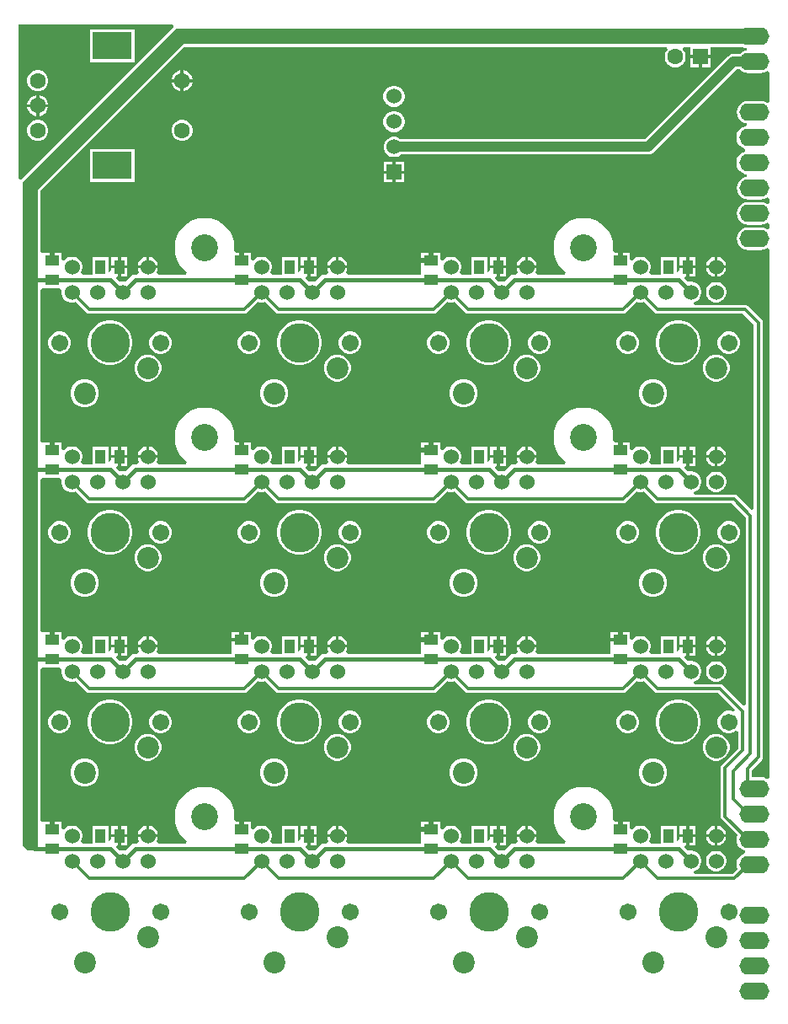
<source format=gbl>
G04*
G04 #@! TF.GenerationSoftware,Altium Limited,Altium Designer,22.5.1 (42)*
G04*
G04 Layer_Physical_Order=2*
G04 Layer_Color=16711680*
%FSLAX25Y25*%
%MOIN*%
G70*
G04*
G04 #@! TF.SameCoordinates,32CAE8D4-DEE8-46DF-9E53-7CF4BD0C5003*
G04*
G04*
G04 #@! TF.FilePolarity,Positive*
G04*
G01*
G75*
%ADD26R,0.05512X0.04331*%
%ADD27R,0.04331X0.05512*%
%ADD28C,0.01181*%
%ADD30C,0.01575*%
%ADD31R,0.15748X0.11024*%
%ADD32O,0.11811X0.06890*%
%ADD33R,0.06000X0.06000*%
%ADD34C,0.06000*%
%ADD35C,0.06299*%
%ADD36R,0.06299X0.06299*%
%ADD37C,0.06700*%
%ADD38C,0.08661*%
%ADD39C,0.15700*%
%ADD40C,0.10630*%
%ADD41C,0.01968*%
%ADD42C,0.03937*%
%ADD43C,0.01968*%
G36*
X288950Y379154D02*
X289558Y379074D01*
Y378066D01*
X288997Y377992D01*
X287916Y377544D01*
X286987Y376832D01*
X286852Y376656D01*
X284488D01*
X283713Y376554D01*
X282991Y376254D01*
X282371Y375779D01*
X249469Y342876D01*
X152660D01*
X152453Y343083D01*
X151541Y343610D01*
X150524Y343882D01*
X149470D01*
X148453Y343610D01*
X147541Y343083D01*
X146796Y342338D01*
X146270Y341426D01*
X145997Y340409D01*
Y339356D01*
X146270Y338338D01*
X146796Y337426D01*
X147541Y336681D01*
X148453Y336155D01*
X149470Y335882D01*
X150524D01*
X151541Y336155D01*
X152453Y336681D01*
X152660Y336888D01*
X250709D01*
X251484Y336990D01*
X252206Y337289D01*
X252826Y337765D01*
X285728Y370667D01*
X286852D01*
X286987Y370491D01*
X287916Y369779D01*
X288997Y369331D01*
X290158Y369178D01*
X295079D01*
X296239Y369331D01*
X297320Y369779D01*
X297579Y369977D01*
X298579Y369484D01*
Y357839D01*
X297579Y357346D01*
X297320Y357544D01*
X296239Y357992D01*
X295079Y358145D01*
X290158D01*
X288997Y357992D01*
X287916Y357544D01*
X286987Y356832D01*
X286275Y355903D01*
X285827Y354822D01*
X285674Y353661D01*
X285827Y352501D01*
X286275Y351420D01*
X286987Y350491D01*
X287916Y349779D01*
X288997Y349331D01*
X289558Y349257D01*
X289558Y348248D01*
X288950Y348168D01*
X287825Y347702D01*
X286858Y346961D01*
X286117Y345994D01*
X285650Y344869D01*
X285492Y343661D01*
X285650Y342454D01*
X286117Y341329D01*
X286858Y340362D01*
X287825Y339621D01*
X288950Y339155D01*
Y338168D01*
X287825Y337702D01*
X286858Y336961D01*
X286117Y335994D01*
X285650Y334869D01*
X285492Y333661D01*
X285650Y332454D01*
X286117Y331329D01*
X286858Y330362D01*
X287825Y329621D01*
X288950Y329154D01*
X289558Y329074D01*
X289558Y328066D01*
X288997Y327992D01*
X287916Y327544D01*
X286987Y326832D01*
X286275Y325903D01*
X285827Y324822D01*
X285674Y323661D01*
X285827Y322501D01*
X286275Y321420D01*
X286987Y320491D01*
X287916Y319779D01*
X288997Y319331D01*
X290158Y319178D01*
X295079D01*
X296239Y319331D01*
X297320Y319779D01*
X297579Y319977D01*
X298579Y319484D01*
Y317839D01*
X297579Y317345D01*
X297320Y317544D01*
X296239Y317992D01*
X295079Y318145D01*
X290158D01*
X288997Y317992D01*
X287916Y317544D01*
X286987Y316831D01*
X286275Y315903D01*
X285827Y314822D01*
X285674Y313661D01*
X285827Y312501D01*
X286275Y311420D01*
X286987Y310491D01*
X287916Y309779D01*
X288997Y309331D01*
X290158Y309178D01*
X295079D01*
X296239Y309331D01*
X297320Y309779D01*
X297579Y309977D01*
X298579Y309484D01*
Y307839D01*
X297579Y307346D01*
X297320Y307544D01*
X296239Y307992D01*
X295079Y308145D01*
X290158D01*
X288997Y307992D01*
X287916Y307544D01*
X286987Y306832D01*
X286275Y305903D01*
X285827Y304822D01*
X285674Y303661D01*
X285827Y302501D01*
X286275Y301420D01*
X286987Y300491D01*
X287916Y299779D01*
X288997Y299331D01*
X290158Y299178D01*
X295079D01*
X296239Y299331D01*
X297320Y299779D01*
X297579Y299977D01*
X298579Y299484D01*
Y90508D01*
X297579Y90015D01*
X297412Y90143D01*
X296286Y90609D01*
X295079Y90768D01*
X291694D01*
Y93420D01*
X295569Y97295D01*
X295960Y97881D01*
X296098Y98572D01*
Y107480D01*
X296098Y270276D01*
X295960Y270967D01*
X295569Y271553D01*
X290155Y276967D01*
X289569Y277359D01*
X288877Y277496D01*
X268838D01*
X268706Y278496D01*
X269111Y278605D01*
X270064Y279155D01*
X270843Y279933D01*
X271393Y280887D01*
X271678Y281950D01*
Y283051D01*
X271393Y284115D01*
X270843Y285068D01*
X270064Y285846D01*
X269111Y286397D01*
X268048Y286682D01*
X266947D01*
X266321Y286514D01*
X265015Y287821D01*
X265397Y288745D01*
X265647D01*
Y291910D01*
X263072D01*
Y290893D01*
X262072Y290260D01*
X261922Y290330D01*
Y296257D01*
X255592D01*
Y289508D01*
X251516D01*
X250965Y290508D01*
X251224Y290957D01*
X251497Y291974D01*
Y293027D01*
X251224Y294045D01*
X250698Y294957D01*
X249953Y295702D01*
X249041Y296228D01*
X248024Y296501D01*
X246971D01*
X245953Y296228D01*
X245041Y295702D01*
X244322Y294983D01*
X244203Y294987D01*
X243322Y295269D01*
Y298146D01*
X240157D01*
Y294981D01*
X238976D01*
Y298146D01*
X237424D01*
X236765Y298898D01*
X236808Y299226D01*
X236808Y300001D01*
X236808Y300775D01*
X236606Y302310D01*
X236205Y303805D01*
X235613Y305236D01*
X234839Y306577D01*
X233896Y307805D01*
X232801Y308900D01*
X231573Y309842D01*
X230232Y310616D01*
X228802Y311209D01*
X227306Y311610D01*
X225985Y311784D01*
X225771Y311812D01*
X224997Y311812D01*
Y311812D01*
X224223Y311812D01*
X224009Y311784D01*
X222688Y311610D01*
X221192Y311209D01*
X219762Y310616D01*
X218421Y309842D01*
X217193Y308900D01*
X216098Y307805D01*
X215156Y306577D01*
X214381Y305236D01*
X213789Y303805D01*
X213388Y302310D01*
X213186Y300775D01*
Y299226D01*
X213388Y297691D01*
X213789Y296196D01*
X214381Y294766D01*
X215156Y293425D01*
X216098Y292196D01*
X217193Y291102D01*
X217967Y290508D01*
X217627Y289508D01*
X206516D01*
X205965Y290508D01*
X206224Y290957D01*
X206480Y291910D01*
X202497D01*
X198514D01*
X198770Y290957D01*
X199029Y290508D01*
X198478Y289508D01*
X197497D01*
X196729Y289355D01*
X196078Y288920D01*
X193672Y286514D01*
X193048Y286682D01*
X191947D01*
X191321Y286514D01*
X190015Y287821D01*
X190397Y288745D01*
X190647D01*
Y291910D01*
X188072D01*
Y290893D01*
X187072Y290260D01*
X186922Y290330D01*
Y296257D01*
X180592D01*
Y289508D01*
X176516D01*
X175965Y290508D01*
X176225Y290957D01*
X176497Y291974D01*
Y293027D01*
X176225Y294045D01*
X175698Y294957D01*
X174953Y295702D01*
X174041Y296228D01*
X173024Y296501D01*
X171970D01*
X170953Y296228D01*
X170041Y295702D01*
X169322Y294983D01*
X169202Y294987D01*
X168322Y295269D01*
Y298146D01*
X165157D01*
Y294981D01*
X164566D01*
Y294390D01*
X160810D01*
Y291816D01*
X160810D01*
X160734Y290847D01*
X160629D01*
Y289508D01*
X131516D01*
X130965Y290508D01*
X131225Y290957D01*
X131480Y291910D01*
X127497D01*
X123514D01*
X123770Y290957D01*
X124029Y290508D01*
X123478Y289508D01*
X122497D01*
X121729Y289355D01*
X121078Y288920D01*
X118672Y286514D01*
X118048Y286682D01*
X116947D01*
X116322Y286514D01*
X115015Y287821D01*
X115398Y288745D01*
X115647D01*
Y291910D01*
X113072D01*
Y290892D01*
X112072Y290259D01*
X111922Y290330D01*
Y296257D01*
X105592D01*
Y289508D01*
X101516D01*
X100965Y290508D01*
X101225Y290957D01*
X101497Y291974D01*
Y293027D01*
X101225Y294045D01*
X100698Y294957D01*
X99953Y295702D01*
X99041Y296228D01*
X98024Y296501D01*
X96970D01*
X95953Y296228D01*
X95041Y295702D01*
X94322Y294983D01*
X94203Y294987D01*
X93322Y295269D01*
Y298146D01*
X90157D01*
Y294981D01*
X88976D01*
Y298146D01*
X87424D01*
X86765Y298898D01*
X86808Y299226D01*
X86808Y300001D01*
X86808Y300775D01*
X86606Y302310D01*
X86205Y303805D01*
X85613Y305236D01*
X84839Y306577D01*
X83896Y307805D01*
X82801Y308900D01*
X81573Y309842D01*
X80232Y310616D01*
X78802Y311209D01*
X77306Y311610D01*
X75985Y311784D01*
X75771Y311812D01*
X74997Y311812D01*
Y311812D01*
X74223Y311812D01*
X74009Y311784D01*
X72688Y311610D01*
X71192Y311209D01*
X69762Y310616D01*
X68421Y309842D01*
X67193Y308900D01*
X66098Y307805D01*
X65156Y306577D01*
X64381Y305236D01*
X63789Y303805D01*
X63388Y302310D01*
X63186Y300775D01*
Y299226D01*
X63388Y297691D01*
X63789Y296196D01*
X64381Y294766D01*
X65156Y293425D01*
X66098Y292196D01*
X67193Y291102D01*
X67967Y290508D01*
X67627Y289508D01*
X56517D01*
X55966Y290508D01*
X56225Y290957D01*
X56481Y291910D01*
X52498D01*
X48515D01*
X48770Y290957D01*
X49030Y290508D01*
X48479Y289508D01*
X47498D01*
X46730Y289355D01*
X46079Y288920D01*
X43673Y286514D01*
X43048Y286682D01*
X41947D01*
X41323Y286514D01*
X40016Y287821D01*
X40399Y288745D01*
X40648D01*
Y291910D01*
X38073D01*
Y290892D01*
X37073Y290259D01*
X36923Y290330D01*
Y296257D01*
X30592D01*
Y289508D01*
X26517D01*
X25966Y290508D01*
X26225Y290957D01*
X26498Y291974D01*
Y293027D01*
X26225Y294045D01*
X25699Y294957D01*
X24954Y295702D01*
X24042Y296228D01*
X23024Y296501D01*
X21971D01*
X20954Y296228D01*
X20042Y295702D01*
X19323Y294983D01*
X19203Y294987D01*
X18323Y295269D01*
Y298146D01*
X15157D01*
Y294981D01*
X13976D01*
Y298146D01*
X10811D01*
X10063Y298753D01*
Y322533D01*
X67034Y379504D01*
X257970Y379504D01*
X258384Y378504D01*
X258018Y378138D01*
X257472Y377192D01*
X257189Y376137D01*
Y375044D01*
X257472Y373989D01*
X258018Y373043D01*
X258791Y372270D01*
X259737Y371724D01*
X260792Y371441D01*
X261885D01*
X262940Y371724D01*
X263886Y372270D01*
X264659Y373043D01*
X265205Y373989D01*
X265488Y375044D01*
Y376137D01*
X265205Y377192D01*
X264659Y378138D01*
X264293Y378504D01*
X264707Y379504D01*
X267189D01*
Y376181D01*
X271339D01*
X275488D01*
Y379504D01*
X288105D01*
X288950Y379154D01*
D02*
G37*
G36*
X62718Y387843D02*
X62805Y387343D01*
X2421Y326959D01*
X1421Y327373D01*
Y388343D01*
X62441D01*
X62718Y387843D01*
D02*
G37*
G36*
X18344Y283154D02*
X18317Y283051D01*
Y281950D01*
X18602Y280887D01*
X19152Y279933D01*
X19931Y279155D01*
X20884Y278605D01*
X21948Y278320D01*
X23048D01*
X23897Y278547D01*
X28032Y274412D01*
X28618Y274021D01*
X29309Y273883D01*
X90686D01*
X91377Y274021D01*
X91963Y274412D01*
X96098Y278547D01*
X96947Y278320D01*
X98048D01*
X98896Y278547D01*
X103031Y274412D01*
X103617Y274021D01*
X104308Y273883D01*
X165686D01*
X166377Y274021D01*
X166963Y274412D01*
X171098Y278547D01*
X171947Y278320D01*
X173048D01*
X173896Y278547D01*
X178031Y274412D01*
X178617Y274021D01*
X179308Y273883D01*
X240686D01*
X241377Y274021D01*
X241963Y274412D01*
X246098Y278547D01*
X246947Y278320D01*
X248048D01*
X248896Y278547D01*
X253031Y274412D01*
X253617Y274021D01*
X254308Y273883D01*
X288129D01*
X292485Y269527D01*
Y196720D01*
X291485Y196306D01*
X285824Y201967D01*
X285238Y202359D01*
X284547Y202496D01*
X268838D01*
X268706Y203496D01*
X269111Y203605D01*
X270064Y204155D01*
X270843Y204933D01*
X271393Y205887D01*
X271678Y206950D01*
Y208051D01*
X271393Y209115D01*
X270843Y210068D01*
X270064Y210846D01*
X269111Y211397D01*
X268048Y211682D01*
X266947D01*
X266321Y211514D01*
X265015Y212821D01*
X265397Y213745D01*
X265647D01*
Y216910D01*
X263072D01*
Y215893D01*
X262072Y215260D01*
X261922Y215330D01*
Y221257D01*
X255592D01*
Y214508D01*
X251516D01*
X250965Y215508D01*
X251224Y215957D01*
X251497Y216974D01*
Y218027D01*
X251224Y219045D01*
X250698Y219957D01*
X249953Y220702D01*
X249041Y221228D01*
X248024Y221501D01*
X246971D01*
X245953Y221228D01*
X245041Y220702D01*
X244322Y219983D01*
X244203Y219987D01*
X243322Y220269D01*
Y223146D01*
X240157D01*
Y219981D01*
X238976D01*
Y223146D01*
X237424D01*
X236765Y223898D01*
X236808Y224226D01*
X236808Y225001D01*
X236808Y225775D01*
X236606Y227310D01*
X236205Y228805D01*
X235613Y230236D01*
X234839Y231577D01*
X233896Y232805D01*
X232801Y233900D01*
X231573Y234842D01*
X230232Y235616D01*
X228802Y236209D01*
X227306Y236610D01*
X225985Y236784D01*
X225771Y236812D01*
X224997Y236812D01*
Y236812D01*
X224223Y236812D01*
X224009Y236784D01*
X222688Y236610D01*
X221192Y236209D01*
X219762Y235616D01*
X218421Y234842D01*
X217193Y233900D01*
X216098Y232805D01*
X215156Y231577D01*
X214381Y230236D01*
X213789Y228805D01*
X213388Y227310D01*
X213186Y225775D01*
Y224226D01*
X213388Y222691D01*
X213789Y221196D01*
X214381Y219766D01*
X215156Y218425D01*
X216098Y217196D01*
X217193Y216102D01*
X217967Y215508D01*
X217627Y214508D01*
X206516D01*
X205965Y215508D01*
X206224Y215957D01*
X206480Y216910D01*
X202497D01*
X198514D01*
X198770Y215957D01*
X199029Y215508D01*
X198478Y214508D01*
X197497D01*
X196729Y214355D01*
X196078Y213920D01*
X193672Y211514D01*
X193048Y211682D01*
X191947D01*
X191321Y211514D01*
X190015Y212821D01*
X190397Y213745D01*
X190647D01*
Y216910D01*
X188072D01*
Y215893D01*
X187072Y215260D01*
X186922Y215330D01*
Y221257D01*
X180592D01*
Y214508D01*
X176516D01*
X175965Y215508D01*
X176225Y215957D01*
X176497Y216974D01*
Y218027D01*
X176225Y219045D01*
X175698Y219957D01*
X174953Y220702D01*
X174041Y221228D01*
X173024Y221501D01*
X171970D01*
X170953Y221228D01*
X170041Y220702D01*
X169322Y219983D01*
X169202Y219987D01*
X168322Y220269D01*
Y223146D01*
X165157D01*
Y219981D01*
X164566D01*
Y219390D01*
X160810D01*
Y216816D01*
X160810D01*
X160734Y215847D01*
X160629D01*
Y214508D01*
X131516D01*
X130965Y215508D01*
X131225Y215957D01*
X131480Y216910D01*
X127497D01*
X123514D01*
X123770Y215957D01*
X124029Y215508D01*
X123478Y214508D01*
X122497D01*
X121729Y214355D01*
X121078Y213920D01*
X118672Y211514D01*
X118048Y211682D01*
X116947D01*
X116322Y211514D01*
X115015Y212821D01*
X115398Y213745D01*
X115647D01*
Y216910D01*
X113072D01*
Y215892D01*
X112072Y215259D01*
X111922Y215330D01*
Y221257D01*
X105592D01*
Y214508D01*
X101516D01*
X100965Y215508D01*
X101225Y215957D01*
X101497Y216974D01*
Y218027D01*
X101225Y219045D01*
X100698Y219957D01*
X99953Y220702D01*
X99041Y221228D01*
X98024Y221501D01*
X96970D01*
X95953Y221228D01*
X95041Y220702D01*
X94322Y219983D01*
X94203Y219987D01*
X93322Y220269D01*
Y223146D01*
X90157D01*
Y219981D01*
X88976D01*
Y223146D01*
X87424D01*
X86765Y223898D01*
X86808Y224226D01*
X86808Y225001D01*
X86808Y225775D01*
X86606Y227310D01*
X86205Y228805D01*
X85613Y230236D01*
X84839Y231577D01*
X83896Y232805D01*
X82801Y233900D01*
X81573Y234842D01*
X80232Y235616D01*
X78802Y236209D01*
X77306Y236610D01*
X75985Y236784D01*
X75771Y236812D01*
X74997Y236812D01*
Y236812D01*
X74223Y236812D01*
X74009Y236784D01*
X72688Y236610D01*
X71192Y236209D01*
X69762Y235616D01*
X68421Y234842D01*
X67193Y233900D01*
X66098Y232805D01*
X65156Y231577D01*
X64381Y230236D01*
X63789Y228805D01*
X63388Y227310D01*
X63186Y225775D01*
Y224226D01*
X63388Y222691D01*
X63789Y221196D01*
X64381Y219766D01*
X65156Y218425D01*
X66098Y217196D01*
X67193Y216102D01*
X67967Y215508D01*
X67627Y214508D01*
X56517D01*
X55966Y215508D01*
X56225Y215957D01*
X56481Y216910D01*
X52498D01*
X48515D01*
X48770Y215957D01*
X49030Y215508D01*
X48479Y214508D01*
X47498D01*
X46730Y214355D01*
X46079Y213920D01*
X43673Y211514D01*
X43048Y211682D01*
X41947D01*
X41323Y211514D01*
X40016Y212821D01*
X40399Y213745D01*
X40648D01*
Y216910D01*
X38073D01*
Y215892D01*
X37073Y215259D01*
X36923Y215330D01*
Y221257D01*
X30592D01*
Y214508D01*
X26517D01*
X25966Y215508D01*
X26225Y215957D01*
X26498Y216974D01*
Y218027D01*
X26225Y219045D01*
X25699Y219957D01*
X24954Y220702D01*
X24042Y221228D01*
X23024Y221501D01*
X21971D01*
X20954Y221228D01*
X20042Y220702D01*
X19323Y219983D01*
X19203Y219987D01*
X18323Y220269D01*
Y223146D01*
X15157D01*
Y219981D01*
X13976D01*
Y223146D01*
X10811D01*
X10063Y223753D01*
X10063Y283389D01*
X11062Y284154D01*
X17577D01*
X18344Y283154D01*
D02*
G37*
G36*
Y208154D02*
X18317Y208051D01*
Y206950D01*
X18602Y205887D01*
X19152Y204933D01*
X19931Y204155D01*
X20884Y203605D01*
X21948Y203320D01*
X23048D01*
X23897Y203547D01*
X28032Y199412D01*
X28618Y199021D01*
X29309Y198883D01*
X90686D01*
X91377Y199021D01*
X91963Y199412D01*
X96098Y203547D01*
X96947Y203320D01*
X98048D01*
X98896Y203547D01*
X103031Y199412D01*
X103617Y199021D01*
X104308Y198883D01*
X165686D01*
X166377Y199021D01*
X166963Y199412D01*
X171098Y203547D01*
X171947Y203320D01*
X173048D01*
X173896Y203547D01*
X178031Y199412D01*
X178617Y199021D01*
X179308Y198883D01*
X240686D01*
X241377Y199021D01*
X241963Y199412D01*
X246098Y203547D01*
X246947Y203320D01*
X248048D01*
X248896Y203547D01*
X253031Y199412D01*
X253617Y199021D01*
X254308Y198883D01*
X283798D01*
X289335Y193346D01*
Y119358D01*
X288335Y118944D01*
X280313Y126966D01*
X279727Y127358D01*
X279036Y127495D01*
X268838D01*
X268706Y128495D01*
X269111Y128604D01*
X270064Y129154D01*
X270843Y129933D01*
X271393Y130886D01*
X271678Y131949D01*
Y133050D01*
X271393Y134114D01*
X270843Y135067D01*
X270064Y135846D01*
X269111Y136396D01*
X268048Y136681D01*
X266947D01*
X266321Y136513D01*
X265015Y137820D01*
X265397Y138744D01*
X265647D01*
Y141909D01*
X263072D01*
Y140892D01*
X262072Y140259D01*
X261922Y140330D01*
Y146256D01*
X255592D01*
Y139507D01*
X251516D01*
X250965Y140507D01*
X251224Y140956D01*
X251497Y141973D01*
Y143026D01*
X251224Y144044D01*
X250698Y144956D01*
X249953Y145701D01*
X249041Y146227D01*
X248024Y146500D01*
X246971D01*
X245953Y146227D01*
X245041Y145701D01*
X244322Y144982D01*
X244203Y144986D01*
X243322Y145268D01*
Y148146D01*
X240157D01*
Y144980D01*
X239566D01*
Y144390D01*
X235810D01*
Y141815D01*
X235810D01*
X235734Y140846D01*
X235629D01*
Y139507D01*
X206516D01*
X205965Y140507D01*
X206224Y140956D01*
X206480Y141909D01*
X202497D01*
X198514D01*
X198770Y140956D01*
X199029Y140507D01*
X198478Y139507D01*
X197497D01*
X196729Y139354D01*
X196078Y138919D01*
X193672Y136514D01*
X193048Y136681D01*
X191947D01*
X191321Y136513D01*
X190015Y137820D01*
X190397Y138744D01*
X190647D01*
Y141909D01*
X188072D01*
Y140892D01*
X187072Y140259D01*
X186922Y140330D01*
Y146256D01*
X180592D01*
Y139507D01*
X176516D01*
X175965Y140507D01*
X176225Y140956D01*
X176497Y141973D01*
Y143026D01*
X176225Y144044D01*
X175698Y144956D01*
X174953Y145701D01*
X174041Y146227D01*
X173024Y146500D01*
X171970D01*
X170953Y146227D01*
X170041Y145701D01*
X169322Y144982D01*
X169202Y144986D01*
X168322Y145268D01*
Y148146D01*
X165157D01*
Y144980D01*
X164566D01*
Y144390D01*
X160810D01*
Y141815D01*
X160810D01*
X160734Y140846D01*
X160629D01*
Y139507D01*
X131516D01*
X130965Y140507D01*
X131225Y140956D01*
X131480Y141909D01*
X127497D01*
X123514D01*
X123770Y140956D01*
X124029Y140507D01*
X123478Y139507D01*
X122497D01*
X121729Y139354D01*
X121078Y138919D01*
X118672Y136514D01*
X118048Y136681D01*
X116947D01*
X116322Y136514D01*
X115015Y137820D01*
X115398Y138744D01*
X115647D01*
Y141909D01*
X113072D01*
Y140891D01*
X112072Y140258D01*
X111922Y140329D01*
Y146256D01*
X105592D01*
Y139507D01*
X101516D01*
X100965Y140507D01*
X101225Y140956D01*
X101497Y141973D01*
Y143026D01*
X101225Y144044D01*
X100698Y144956D01*
X99953Y145701D01*
X99041Y146227D01*
X98024Y146500D01*
X96970D01*
X95953Y146227D01*
X95041Y145701D01*
X94322Y144982D01*
X94203Y144986D01*
X93322Y145268D01*
Y148146D01*
X90157D01*
Y144980D01*
X89566D01*
Y144390D01*
X85810D01*
Y141815D01*
X85810D01*
X85734Y140846D01*
X85629D01*
Y139507D01*
X56517D01*
X55966Y140507D01*
X56225Y140956D01*
X56481Y141909D01*
X52498D01*
X48515D01*
X48770Y140956D01*
X49030Y140507D01*
X48479Y139507D01*
X47498D01*
X46730Y139354D01*
X46079Y138919D01*
X43673Y136514D01*
X43048Y136681D01*
X41947D01*
X41323Y136514D01*
X40016Y137820D01*
X40399Y138744D01*
X40648D01*
Y141909D01*
X38073D01*
Y140891D01*
X37073Y140258D01*
X36923Y140329D01*
Y146256D01*
X30592D01*
Y139507D01*
X26517D01*
X25966Y140507D01*
X26225Y140956D01*
X26498Y141973D01*
Y143026D01*
X26225Y144044D01*
X25699Y144956D01*
X24954Y145701D01*
X24042Y146227D01*
X23024Y146500D01*
X21971D01*
X20954Y146227D01*
X20042Y145701D01*
X19323Y144982D01*
X19203Y144986D01*
X18323Y145268D01*
Y148146D01*
X15157D01*
Y144980D01*
X13976D01*
Y148146D01*
X10811D01*
X10063Y148753D01*
X10063Y208389D01*
X11062Y209154D01*
X17577D01*
X18344Y208154D01*
D02*
G37*
G36*
Y133153D02*
X18317Y133050D01*
Y131949D01*
X18602Y130886D01*
X19152Y129933D01*
X19931Y129154D01*
X20884Y128604D01*
X21948Y128319D01*
X23048D01*
X23897Y128546D01*
X28032Y124412D01*
X28618Y124020D01*
X29309Y123882D01*
X90686D01*
X91377Y124020D01*
X91963Y124412D01*
X96098Y128546D01*
X96947Y128319D01*
X98048D01*
X98896Y128546D01*
X103031Y124412D01*
X103617Y124020D01*
X104308Y123882D01*
X165686D01*
X166377Y124020D01*
X166963Y124412D01*
X171098Y128546D01*
X171947Y128319D01*
X173048D01*
X173896Y128546D01*
X178031Y124412D01*
X178617Y124020D01*
X179308Y123882D01*
X240686D01*
X241377Y124020D01*
X241963Y124412D01*
X246098Y128546D01*
X246947Y128319D01*
X248048D01*
X248896Y128546D01*
X253031Y124412D01*
X253617Y124020D01*
X254308Y123882D01*
X278288D01*
X284853Y117317D01*
X284239Y116517D01*
X284176Y116553D01*
X283070Y116850D01*
X281924D01*
X280818Y116553D01*
X279826Y115981D01*
X279016Y115171D01*
X278444Y114179D01*
X278147Y113073D01*
Y111927D01*
X278444Y110821D01*
X279016Y109829D01*
X279826Y109019D01*
X280818Y108446D01*
X281924Y108150D01*
X283070D01*
X284176Y108446D01*
X285168Y109019D01*
X285186Y109037D01*
X286186Y108623D01*
Y101929D01*
X279825Y95569D01*
X279433Y94983D01*
X279296Y94291D01*
Y75157D01*
X279433Y74466D01*
X279825Y73880D01*
X285869Y67837D01*
X285650Y67310D01*
X285492Y66102D01*
X285650Y64895D01*
X286117Y63769D01*
X286858Y62803D01*
X287825Y62062D01*
X288950Y61595D01*
Y60609D01*
X287825Y60143D01*
X286858Y59402D01*
X286117Y58435D01*
X285650Y57310D01*
X285492Y56102D01*
X285650Y54895D01*
X285869Y54368D01*
X283996Y52495D01*
X268838D01*
X268706Y53495D01*
X269111Y53604D01*
X270064Y54154D01*
X270843Y54933D01*
X271393Y55886D01*
X271678Y56950D01*
Y58051D01*
X271393Y59114D01*
X270843Y60067D01*
X270064Y60846D01*
X269111Y61396D01*
X268048Y61681D01*
X266947D01*
X266321Y61514D01*
X265015Y62820D01*
X265397Y63744D01*
X265647D01*
Y66909D01*
X263072D01*
Y65892D01*
X262072Y65259D01*
X261922Y65330D01*
Y71256D01*
X255592D01*
Y64507D01*
X251516D01*
X250965Y65507D01*
X251224Y65956D01*
X251497Y66973D01*
Y68027D01*
X251224Y69044D01*
X250698Y69956D01*
X249953Y70701D01*
X249041Y71227D01*
X248024Y71500D01*
X246971D01*
X245953Y71227D01*
X245041Y70701D01*
X244322Y69982D01*
X244203Y69986D01*
X243322Y70269D01*
Y73146D01*
X240157D01*
Y69980D01*
X238976D01*
Y73146D01*
X237424D01*
X236765Y73897D01*
X236808Y74226D01*
X236808Y75000D01*
X236808Y75774D01*
X236606Y77309D01*
X236205Y78804D01*
X235613Y80235D01*
X234839Y81576D01*
X233896Y82804D01*
X232801Y83899D01*
X231573Y84841D01*
X230232Y85616D01*
X228802Y86208D01*
X227306Y86609D01*
X225985Y86783D01*
X225771Y86811D01*
X224997Y86811D01*
Y86811D01*
X224223Y86811D01*
X224009Y86783D01*
X222688Y86609D01*
X221192Y86208D01*
X219762Y85616D01*
X218421Y84841D01*
X217193Y83899D01*
X216098Y82804D01*
X215156Y81576D01*
X214381Y80235D01*
X213789Y78804D01*
X213388Y77309D01*
X213186Y75774D01*
Y74226D01*
X213388Y72691D01*
X213789Y71195D01*
X214381Y69765D01*
X215156Y68424D01*
X216098Y67196D01*
X217193Y66101D01*
X217967Y65507D01*
X217627Y64507D01*
X206516D01*
X205965Y65507D01*
X206224Y65956D01*
X206480Y66909D01*
X202497D01*
X198514D01*
X198770Y65956D01*
X199029Y65507D01*
X198478Y64507D01*
X197497D01*
X196729Y64354D01*
X196078Y63919D01*
X193672Y61514D01*
X193048Y61681D01*
X191947D01*
X191321Y61514D01*
X190015Y62820D01*
X190397Y63744D01*
X190647D01*
Y66909D01*
X188072D01*
Y65892D01*
X187072Y65259D01*
X186922Y65330D01*
Y71256D01*
X180592D01*
Y64507D01*
X176516D01*
X175965Y65507D01*
X176225Y65956D01*
X176497Y66973D01*
Y68027D01*
X176225Y69044D01*
X175698Y69956D01*
X174953Y70701D01*
X174041Y71227D01*
X173024Y71500D01*
X171970D01*
X170953Y71227D01*
X170041Y70701D01*
X169322Y69982D01*
X169202Y69986D01*
X168322Y70269D01*
Y73146D01*
X165157D01*
Y69980D01*
X164566D01*
Y69390D01*
X160810D01*
Y66815D01*
X160810D01*
X160734Y65847D01*
X160629D01*
Y64507D01*
X131516D01*
X130965Y65507D01*
X131225Y65956D01*
X131480Y66909D01*
X127497D01*
X123514D01*
X123770Y65956D01*
X124029Y65507D01*
X123478Y64507D01*
X122497D01*
X121729Y64354D01*
X121078Y63919D01*
X118672Y61514D01*
X118048Y61681D01*
X116947D01*
X116322Y61514D01*
X115015Y62820D01*
X115398Y63744D01*
X115647D01*
Y66909D01*
X113072D01*
Y65891D01*
X112072Y65258D01*
X111922Y65329D01*
Y71256D01*
X105592D01*
Y64507D01*
X101516D01*
X100965Y65507D01*
X101225Y65956D01*
X101497Y66973D01*
Y68027D01*
X101225Y69044D01*
X100698Y69956D01*
X99953Y70701D01*
X99041Y71227D01*
X98024Y71500D01*
X96970D01*
X95953Y71227D01*
X95041Y70701D01*
X94322Y69982D01*
X94203Y69986D01*
X93322Y70269D01*
Y73146D01*
X90157D01*
Y69980D01*
X88976D01*
Y73146D01*
X87424D01*
X86765Y73897D01*
X86808Y74226D01*
X86808Y75000D01*
X86808Y75774D01*
X86606Y77309D01*
X86205Y78804D01*
X85613Y80235D01*
X84839Y81576D01*
X83896Y82804D01*
X82801Y83899D01*
X81573Y84841D01*
X80232Y85616D01*
X78802Y86208D01*
X77306Y86609D01*
X75985Y86783D01*
X75771Y86811D01*
X74997Y86811D01*
Y86811D01*
X74223Y86811D01*
X74009Y86783D01*
X72688Y86609D01*
X71192Y86208D01*
X69762Y85616D01*
X68421Y84841D01*
X67193Y83899D01*
X66098Y82804D01*
X65156Y81576D01*
X64381Y80235D01*
X63789Y78804D01*
X63388Y77309D01*
X63186Y75774D01*
Y74226D01*
X63388Y72691D01*
X63789Y71195D01*
X64381Y69765D01*
X65156Y68424D01*
X66098Y67196D01*
X67193Y66101D01*
X67967Y65507D01*
X67627Y64507D01*
X56517D01*
X55966Y65507D01*
X56225Y65956D01*
X56481Y66909D01*
X52498D01*
X48515D01*
X48770Y65956D01*
X49030Y65507D01*
X48479Y64507D01*
X47498D01*
X46730Y64354D01*
X46079Y63919D01*
X43673Y61514D01*
X43048Y61681D01*
X41947D01*
X41323Y61514D01*
X40016Y62820D01*
X40399Y63744D01*
X40648D01*
Y66909D01*
X38073D01*
Y65891D01*
X37073Y65258D01*
X36923Y65329D01*
Y71256D01*
X30592D01*
Y64507D01*
X26517D01*
X25966Y65507D01*
X26225Y65956D01*
X26498Y66973D01*
Y68027D01*
X26225Y69044D01*
X25699Y69956D01*
X24954Y70701D01*
X24042Y71227D01*
X23024Y71500D01*
X21971D01*
X20954Y71227D01*
X20042Y70701D01*
X19323Y69982D01*
X19203Y69986D01*
X18323Y70269D01*
Y73146D01*
X15157D01*
Y69980D01*
X13976D01*
Y73146D01*
X10811D01*
X10063Y73753D01*
X10063Y133388D01*
X11062Y134153D01*
X17577D01*
X18344Y133153D01*
D02*
G37*
G36*
X290158Y380709D02*
X66535Y380709D01*
X8858Y323031D01*
X8858Y61614D01*
X4921D01*
X2953Y63583D01*
Y325787D01*
X63779Y386614D01*
X290158Y386614D01*
Y380709D01*
D02*
G37*
%LPC*%
G36*
X275488Y375000D02*
X271929D01*
Y371441D01*
X275488D01*
Y375000D01*
D02*
G37*
G36*
X270748D02*
X267189D01*
Y371441D01*
X270748D01*
Y375000D01*
D02*
G37*
G36*
X66632Y370231D02*
Y366684D01*
X70179D01*
X69908Y367695D01*
X69362Y368641D01*
X68589Y369414D01*
X67643Y369960D01*
X66632Y370231D01*
D02*
G37*
G36*
X65451Y370231D02*
X64439Y369960D01*
X63493Y369414D01*
X62721Y368641D01*
X62174Y367695D01*
X61904Y366684D01*
X65451D01*
Y370231D01*
D02*
G37*
G36*
Y365503D02*
X61904D01*
X62174Y364492D01*
X62721Y363545D01*
X63493Y362773D01*
X64439Y362226D01*
X65451Y361955D01*
Y365503D01*
D02*
G37*
G36*
X70179D02*
X66632D01*
Y361955D01*
X67643Y362226D01*
X68589Y362773D01*
X69362Y363545D01*
X69908Y364492D01*
X70179Y365503D01*
D02*
G37*
G36*
X150548Y364063D02*
X149447D01*
X148383Y363778D01*
X147430Y363228D01*
X146651Y362450D01*
X146101Y361496D01*
X145816Y360433D01*
Y359332D01*
X146101Y358268D01*
X146651Y357315D01*
X147430Y356537D01*
X148383Y355986D01*
X149447Y355701D01*
X150548D01*
X151611Y355986D01*
X152564Y356537D01*
X153343Y357315D01*
X153893Y358268D01*
X154178Y359332D01*
Y360433D01*
X153893Y361496D01*
X153343Y362450D01*
X152564Y363228D01*
X151611Y363778D01*
X150548Y364063D01*
D02*
G37*
G36*
Y354063D02*
X149447D01*
X148383Y353778D01*
X147430Y353228D01*
X146651Y352449D01*
X146101Y351496D01*
X145816Y350433D01*
Y349332D01*
X146101Y348268D01*
X146651Y347315D01*
X147430Y346536D01*
X148383Y345986D01*
X149447Y345701D01*
X150548D01*
X151611Y345986D01*
X152564Y346536D01*
X153343Y347315D01*
X153893Y348268D01*
X154178Y349332D01*
Y350433D01*
X153893Y351496D01*
X153343Y352449D01*
X152564Y353228D01*
X151611Y353778D01*
X150548Y354063D01*
D02*
G37*
G36*
X66588Y350558D02*
X65495D01*
X64439Y350275D01*
X63493Y349729D01*
X62721Y348956D01*
X62174Y348010D01*
X61892Y346954D01*
Y345862D01*
X62174Y344807D01*
X62721Y343860D01*
X63493Y343088D01*
X64439Y342541D01*
X65495Y342259D01*
X66588D01*
X67643Y342541D01*
X68589Y343088D01*
X69362Y343860D01*
X69908Y344807D01*
X70191Y345862D01*
Y346954D01*
X69908Y348010D01*
X69362Y348956D01*
X68589Y349729D01*
X67643Y350275D01*
X66588Y350558D01*
D02*
G37*
G36*
X153997Y333882D02*
X150588D01*
Y330473D01*
X153997D01*
Y333882D01*
D02*
G37*
G36*
X149407D02*
X145997D01*
Y330473D01*
X149407D01*
Y333882D01*
D02*
G37*
G36*
X47356Y339140D02*
X29608D01*
Y326117D01*
X47356D01*
Y339140D01*
D02*
G37*
G36*
X153997Y329292D02*
X150588D01*
Y325882D01*
X153997D01*
Y329292D01*
D02*
G37*
G36*
X149407D02*
X145997D01*
Y325882D01*
X149407D01*
Y329292D01*
D02*
G37*
G36*
X163976Y298146D02*
X160810D01*
Y295571D01*
X163976D01*
Y298146D01*
D02*
G37*
G36*
X269403Y296257D02*
X266828D01*
Y293091D01*
X269403D01*
Y296257D01*
D02*
G37*
G36*
X194403D02*
X191828D01*
Y293091D01*
X194403D01*
Y296257D01*
D02*
G37*
G36*
X119403D02*
X116828D01*
Y293091D01*
X119403D01*
Y296257D01*
D02*
G37*
G36*
X44403D02*
X41829D01*
Y293091D01*
X44403D01*
Y296257D01*
D02*
G37*
G36*
X190647D02*
X188072D01*
Y293091D01*
X190647D01*
Y296257D01*
D02*
G37*
G36*
X265647D02*
X263072D01*
Y293091D01*
X265647D01*
Y296257D01*
D02*
G37*
G36*
X115647D02*
X113072D01*
Y293091D01*
X115647D01*
Y296257D01*
D02*
G37*
G36*
X40648D02*
X38073D01*
Y293091D01*
X40648D01*
Y296257D01*
D02*
G37*
G36*
X278088Y296483D02*
Y293091D01*
X281480D01*
X281224Y294045D01*
X280698Y294957D01*
X279953Y295702D01*
X279041Y296228D01*
X278088Y296483D01*
D02*
G37*
G36*
X203088D02*
Y293091D01*
X206480D01*
X206224Y294045D01*
X205698Y294957D01*
X204953Y295702D01*
X204041Y296228D01*
X203088Y296483D01*
D02*
G37*
G36*
X128088D02*
Y293091D01*
X131480D01*
X131225Y294045D01*
X130698Y294957D01*
X129953Y295702D01*
X129041Y296228D01*
X128088Y296483D01*
D02*
G37*
G36*
X53088D02*
Y293091D01*
X56481D01*
X56225Y294045D01*
X55699Y294957D01*
X54954Y295702D01*
X54042Y296228D01*
X53088Y296483D01*
D02*
G37*
G36*
X201907Y296483D02*
X200953Y296228D01*
X200041Y295702D01*
X199296Y294957D01*
X198770Y294045D01*
X198514Y293091D01*
X201907D01*
Y296483D01*
D02*
G37*
G36*
X126907D02*
X125953Y296228D01*
X125041Y295702D01*
X124296Y294957D01*
X123770Y294045D01*
X123514Y293091D01*
X126907D01*
Y296483D01*
D02*
G37*
G36*
X276907D02*
X275953Y296228D01*
X275041Y295702D01*
X274296Y294957D01*
X273770Y294045D01*
X273514Y293091D01*
X276907D01*
Y296483D01*
D02*
G37*
G36*
X51907D02*
X50954Y296228D01*
X50042Y295702D01*
X49297Y294957D01*
X48770Y294045D01*
X48515Y293091D01*
X51907D01*
Y296483D01*
D02*
G37*
G36*
X269403Y291910D02*
X266828D01*
Y288745D01*
X269403D01*
Y291910D01*
D02*
G37*
G36*
X194403D02*
X191828D01*
Y288745D01*
X194403D01*
Y291910D01*
D02*
G37*
G36*
X119403D02*
X116828D01*
Y288745D01*
X119403D01*
Y291910D01*
D02*
G37*
G36*
X44403D02*
X41829D01*
Y288745D01*
X44403D01*
Y291910D01*
D02*
G37*
G36*
X281480Y291910D02*
X278088D01*
Y288518D01*
X279041Y288773D01*
X279953Y289300D01*
X280698Y290045D01*
X281224Y290957D01*
X281480Y291910D01*
D02*
G37*
G36*
X276907D02*
X273514D01*
X273770Y290957D01*
X274296Y290045D01*
X275041Y289300D01*
X275953Y288773D01*
X276907Y288518D01*
Y291910D01*
D02*
G37*
G36*
X278024Y286501D02*
X276971D01*
X275953Y286228D01*
X275041Y285701D01*
X274296Y284957D01*
X273770Y284045D01*
X273497Y283027D01*
Y281974D01*
X273770Y280957D01*
X274296Y280045D01*
X275041Y279300D01*
X275953Y278773D01*
X276971Y278501D01*
X278024D01*
X279041Y278773D01*
X279953Y279300D01*
X280698Y280045D01*
X281224Y280957D01*
X281497Y281974D01*
Y283027D01*
X281224Y284045D01*
X280698Y284957D01*
X279953Y285701D01*
X279041Y286228D01*
X278024Y286501D01*
D02*
G37*
G36*
X47356Y386385D02*
X29608D01*
Y373361D01*
X47356D01*
Y386385D01*
D02*
G37*
G36*
X9501Y370243D02*
X8408D01*
X7353Y369960D01*
X6407Y369414D01*
X5634Y368641D01*
X5088Y367695D01*
X4805Y366639D01*
Y365547D01*
X5088Y364492D01*
X5634Y363545D01*
X6407Y362773D01*
X7353Y362226D01*
X8408Y361944D01*
X9501D01*
X10556Y362226D01*
X11502Y362773D01*
X12275Y363545D01*
X12821Y364492D01*
X13104Y365547D01*
Y366639D01*
X12821Y367695D01*
X12275Y368641D01*
X11502Y369414D01*
X10556Y369960D01*
X9501Y370243D01*
D02*
G37*
G36*
X9545Y360388D02*
Y356841D01*
X13092D01*
X12821Y357852D01*
X12275Y358799D01*
X11502Y359571D01*
X10556Y360118D01*
X9545Y360388D01*
D02*
G37*
G36*
X8364Y360388D02*
X7353Y360118D01*
X6407Y359571D01*
X5634Y358799D01*
X5088Y357852D01*
X4817Y356841D01*
X8364D01*
Y360388D01*
D02*
G37*
G36*
Y355660D02*
X4817D01*
X5088Y354649D01*
X5634Y353703D01*
X6407Y352930D01*
X7353Y352384D01*
X8364Y352113D01*
Y355660D01*
D02*
G37*
G36*
X13092D02*
X9545D01*
Y352113D01*
X10556Y352384D01*
X11502Y352930D01*
X12275Y353703D01*
X12821Y354649D01*
X13092Y355660D01*
D02*
G37*
G36*
X9501Y350558D02*
X8408D01*
X7353Y350275D01*
X6407Y349729D01*
X5634Y348956D01*
X5088Y348010D01*
X4805Y346954D01*
Y345862D01*
X5088Y344807D01*
X5634Y343860D01*
X6407Y343088D01*
X7353Y342541D01*
X8408Y342259D01*
X9501D01*
X10556Y342541D01*
X11502Y343088D01*
X12275Y343860D01*
X12821Y344807D01*
X13104Y345862D01*
Y346954D01*
X12821Y348010D01*
X12275Y348956D01*
X11502Y349729D01*
X10556Y350275D01*
X9501Y350558D01*
D02*
G37*
G36*
X283070Y266851D02*
X281924D01*
X280818Y266554D01*
X279826Y265982D01*
X279016Y265172D01*
X278444Y264180D01*
X278147Y263073D01*
Y261928D01*
X278444Y260822D01*
X279016Y259830D01*
X279826Y259020D01*
X280818Y258447D01*
X281924Y258151D01*
X283070D01*
X284176Y258447D01*
X285168Y259020D01*
X285978Y259830D01*
X286551Y260822D01*
X286847Y261928D01*
Y263073D01*
X286551Y264180D01*
X285978Y265172D01*
X285168Y265982D01*
X284176Y266554D01*
X283070Y266851D01*
D02*
G37*
G36*
X243070D02*
X241924D01*
X240818Y266554D01*
X239826Y265982D01*
X239016Y265172D01*
X238444Y264180D01*
X238147Y263073D01*
Y261928D01*
X238444Y260822D01*
X239016Y259830D01*
X239826Y259020D01*
X240818Y258447D01*
X241924Y258151D01*
X243070D01*
X244176Y258447D01*
X245168Y259020D01*
X245978Y259830D01*
X246551Y260822D01*
X246847Y261928D01*
Y263073D01*
X246551Y264180D01*
X245978Y265172D01*
X245168Y265982D01*
X244176Y266554D01*
X243070Y266851D01*
D02*
G37*
G36*
X208070D02*
X206924D01*
X205818Y266554D01*
X204826Y265982D01*
X204016Y265172D01*
X203444Y264180D01*
X203147Y263073D01*
Y261928D01*
X203444Y260822D01*
X204016Y259830D01*
X204826Y259020D01*
X205818Y258447D01*
X206924Y258151D01*
X208070D01*
X209176Y258447D01*
X210168Y259020D01*
X210978Y259830D01*
X211551Y260822D01*
X211847Y261928D01*
Y263073D01*
X211551Y264180D01*
X210978Y265172D01*
X210168Y265982D01*
X209176Y266554D01*
X208070Y266851D01*
D02*
G37*
G36*
X168070D02*
X166924D01*
X165818Y266554D01*
X164826Y265982D01*
X164016Y265172D01*
X163444Y264180D01*
X163147Y263073D01*
Y261928D01*
X163444Y260822D01*
X164016Y259830D01*
X164826Y259020D01*
X165818Y258447D01*
X166924Y258151D01*
X168070D01*
X169176Y258447D01*
X170168Y259020D01*
X170978Y259830D01*
X171551Y260822D01*
X171847Y261928D01*
Y263073D01*
X171551Y264180D01*
X170978Y265172D01*
X170168Y265982D01*
X169176Y266554D01*
X168070Y266851D01*
D02*
G37*
G36*
X133070D02*
X131924D01*
X130818Y266554D01*
X129826Y265982D01*
X129016Y265172D01*
X128444Y264180D01*
X128147Y263073D01*
Y261928D01*
X128444Y260822D01*
X129016Y259830D01*
X129826Y259020D01*
X130818Y258447D01*
X131924Y258151D01*
X133070D01*
X134176Y258447D01*
X135168Y259020D01*
X135978Y259830D01*
X136551Y260822D01*
X136847Y261928D01*
Y263073D01*
X136551Y264180D01*
X135978Y265172D01*
X135168Y265982D01*
X134176Y266554D01*
X133070Y266851D01*
D02*
G37*
G36*
X93070D02*
X91924D01*
X90818Y266554D01*
X89826Y265982D01*
X89016Y265172D01*
X88444Y264180D01*
X88147Y263073D01*
Y261928D01*
X88444Y260822D01*
X89016Y259830D01*
X89826Y259020D01*
X90818Y258447D01*
X91924Y258151D01*
X93070D01*
X94176Y258447D01*
X95168Y259020D01*
X95978Y259830D01*
X96551Y260822D01*
X96847Y261928D01*
Y263073D01*
X96551Y264180D01*
X95978Y265172D01*
X95168Y265982D01*
X94176Y266554D01*
X93070Y266851D01*
D02*
G37*
G36*
X58071D02*
X56925D01*
X55819Y266554D01*
X54827Y265982D01*
X54017Y265172D01*
X53444Y264180D01*
X53148Y263073D01*
Y261928D01*
X53444Y260822D01*
X54017Y259830D01*
X54827Y259020D01*
X55819Y258447D01*
X56925Y258151D01*
X58071D01*
X59177Y258447D01*
X60169Y259020D01*
X60979Y259830D01*
X61551Y260822D01*
X61848Y261928D01*
Y263073D01*
X61551Y264180D01*
X60979Y265172D01*
X60169Y265982D01*
X59177Y266554D01*
X58071Y266851D01*
D02*
G37*
G36*
X18071D02*
X16925D01*
X15819Y266554D01*
X14827Y265982D01*
X14017Y265172D01*
X13444Y264180D01*
X13148Y263073D01*
Y261928D01*
X13444Y260822D01*
X14017Y259830D01*
X14827Y259020D01*
X15819Y258447D01*
X16925Y258151D01*
X18071D01*
X19177Y258447D01*
X20169Y259020D01*
X20979Y259830D01*
X21552Y260822D01*
X21848Y261928D01*
Y263073D01*
X21552Y264180D01*
X20979Y265172D01*
X20169Y265982D01*
X19177Y266554D01*
X18071Y266851D01*
D02*
G37*
G36*
X263369Y271351D02*
X261626D01*
X259916Y271011D01*
X258305Y270343D01*
X256856Y269375D01*
X255623Y268142D01*
X254654Y266693D01*
X253987Y265082D01*
X253647Y263372D01*
Y261629D01*
X253987Y259919D01*
X254654Y258309D01*
X255623Y256859D01*
X256856Y255626D01*
X258305Y254658D01*
X259916Y253991D01*
X261626Y253651D01*
X263369D01*
X265079Y253991D01*
X266689Y254658D01*
X268139Y255626D01*
X269371Y256859D01*
X270340Y258309D01*
X271007Y259919D01*
X271347Y261629D01*
Y263372D01*
X271007Y265082D01*
X270340Y266693D01*
X269371Y268142D01*
X268139Y269375D01*
X266689Y270343D01*
X265079Y271011D01*
X263369Y271351D01*
D02*
G37*
G36*
X188369D02*
X186626D01*
X184916Y271011D01*
X183305Y270343D01*
X181856Y269375D01*
X180623Y268142D01*
X179654Y266693D01*
X178987Y265082D01*
X178647Y263372D01*
Y261629D01*
X178987Y259919D01*
X179654Y258309D01*
X180623Y256859D01*
X181856Y255626D01*
X183305Y254658D01*
X184916Y253991D01*
X186626Y253651D01*
X188369D01*
X190079Y253991D01*
X191689Y254658D01*
X193139Y255626D01*
X194371Y256859D01*
X195340Y258309D01*
X196007Y259919D01*
X196347Y261629D01*
Y263372D01*
X196007Y265082D01*
X195340Y266693D01*
X194371Y268142D01*
X193139Y269375D01*
X191689Y270343D01*
X190079Y271011D01*
X188369Y271351D01*
D02*
G37*
G36*
X113369D02*
X111626D01*
X109916Y271011D01*
X108305Y270343D01*
X106856Y269375D01*
X105623Y268142D01*
X104654Y266693D01*
X103987Y265082D01*
X103647Y263372D01*
Y261629D01*
X103987Y259919D01*
X104654Y258309D01*
X105623Y256859D01*
X106856Y255626D01*
X108305Y254658D01*
X109916Y253991D01*
X111626Y253651D01*
X113369D01*
X115079Y253991D01*
X116689Y254658D01*
X118139Y255626D01*
X119371Y256859D01*
X120340Y258309D01*
X121007Y259919D01*
X121347Y261629D01*
Y263372D01*
X121007Y265082D01*
X120340Y266693D01*
X119371Y268142D01*
X118139Y269375D01*
X116689Y270343D01*
X115079Y271011D01*
X113369Y271351D01*
D02*
G37*
G36*
X38370D02*
X36626D01*
X34916Y271011D01*
X33306Y270343D01*
X31856Y269375D01*
X30624Y268142D01*
X29655Y266693D01*
X28988Y265082D01*
X28648Y263372D01*
Y261629D01*
X28988Y259919D01*
X29655Y258309D01*
X30624Y256859D01*
X31856Y255626D01*
X33306Y254658D01*
X34916Y253991D01*
X36626Y253651D01*
X38370D01*
X40079Y253991D01*
X41690Y254658D01*
X43139Y255626D01*
X44372Y256859D01*
X45341Y258309D01*
X46008Y259919D01*
X46348Y261629D01*
Y263372D01*
X46008Y265082D01*
X45341Y266693D01*
X44372Y268142D01*
X43139Y269375D01*
X41690Y270343D01*
X40079Y271011D01*
X38370Y271351D01*
D02*
G37*
G36*
X278199Y257831D02*
X276795D01*
X275440Y257468D01*
X274224Y256766D01*
X273232Y255774D01*
X272530Y254558D01*
X272166Y253203D01*
Y251799D01*
X272530Y250443D01*
X273232Y249227D01*
X274224Y248235D01*
X275440Y247533D01*
X276795Y247170D01*
X278199D01*
X279555Y247533D01*
X280770Y248235D01*
X281763Y249227D01*
X282465Y250443D01*
X282828Y251799D01*
Y253203D01*
X282465Y254558D01*
X281763Y255774D01*
X280770Y256766D01*
X279555Y257468D01*
X278199Y257831D01*
D02*
G37*
G36*
X203199D02*
X201795D01*
X200440Y257468D01*
X199224Y256766D01*
X198231Y255774D01*
X197530Y254558D01*
X197166Y253203D01*
Y251799D01*
X197530Y250443D01*
X198231Y249227D01*
X199224Y248235D01*
X200440Y247533D01*
X201795Y247170D01*
X203199D01*
X204555Y247533D01*
X205770Y248235D01*
X206763Y249227D01*
X207465Y250443D01*
X207828Y251799D01*
Y253203D01*
X207465Y254558D01*
X206763Y255774D01*
X205770Y256766D01*
X204555Y257468D01*
X203199Y257831D01*
D02*
G37*
G36*
X128199D02*
X126795D01*
X125440Y257468D01*
X124224Y256766D01*
X123231Y255774D01*
X122530Y254558D01*
X122166Y253203D01*
Y251799D01*
X122530Y250443D01*
X123231Y249227D01*
X124224Y248235D01*
X125440Y247533D01*
X126795Y247170D01*
X128199D01*
X129555Y247533D01*
X130770Y248235D01*
X131763Y249227D01*
X132465Y250443D01*
X132828Y251799D01*
Y253203D01*
X132465Y254558D01*
X131763Y255774D01*
X130770Y256766D01*
X129555Y257468D01*
X128199Y257831D01*
D02*
G37*
G36*
X53200D02*
X51796D01*
X50440Y257468D01*
X49225Y256766D01*
X48232Y255774D01*
X47530Y254558D01*
X47167Y253203D01*
Y251799D01*
X47530Y250443D01*
X48232Y249227D01*
X49225Y248235D01*
X50440Y247533D01*
X51796Y247170D01*
X53200D01*
X54555Y247533D01*
X55771Y248235D01*
X56763Y249227D01*
X57465Y250443D01*
X57829Y251799D01*
Y253203D01*
X57465Y254558D01*
X56763Y255774D01*
X55771Y256766D01*
X54555Y257468D01*
X53200Y257831D01*
D02*
G37*
G36*
X253223Y248012D02*
X251771D01*
X250370Y247637D01*
X249113Y246911D01*
X248087Y245885D01*
X247361Y244628D01*
X246985Y243226D01*
Y241775D01*
X247361Y240373D01*
X248087Y239116D01*
X249113Y238090D01*
X250370Y237365D01*
X251771Y236989D01*
X253223D01*
X254625Y237365D01*
X255881Y238090D01*
X256908Y239116D01*
X257633Y240373D01*
X258009Y241775D01*
Y243226D01*
X257633Y244628D01*
X256908Y245885D01*
X255881Y246911D01*
X254625Y247637D01*
X253223Y248012D01*
D02*
G37*
G36*
X178223D02*
X176771D01*
X175370Y247637D01*
X174113Y246911D01*
X173087Y245885D01*
X172361Y244628D01*
X171985Y243226D01*
Y241775D01*
X172361Y240373D01*
X173087Y239116D01*
X174113Y238090D01*
X175370Y237365D01*
X176771Y236989D01*
X178223D01*
X179625Y237365D01*
X180881Y238090D01*
X181908Y239116D01*
X182633Y240373D01*
X183009Y241775D01*
Y243226D01*
X182633Y244628D01*
X181908Y245885D01*
X180881Y246911D01*
X179625Y247637D01*
X178223Y248012D01*
D02*
G37*
G36*
X103223D02*
X101771D01*
X100370Y247637D01*
X99113Y246911D01*
X98087Y245885D01*
X97361Y244628D01*
X96985Y243226D01*
Y241775D01*
X97361Y240373D01*
X98087Y239116D01*
X99113Y238090D01*
X100370Y237365D01*
X101771Y236989D01*
X103223D01*
X104625Y237365D01*
X105881Y238090D01*
X106908Y239116D01*
X107633Y240373D01*
X108009Y241775D01*
Y243226D01*
X107633Y244628D01*
X106908Y245885D01*
X105881Y246911D01*
X104625Y247637D01*
X103223Y248012D01*
D02*
G37*
G36*
X28223D02*
X26772D01*
X25370Y247637D01*
X24114Y246911D01*
X23087Y245885D01*
X22362Y244628D01*
X21986Y243226D01*
Y241775D01*
X22362Y240373D01*
X23087Y239116D01*
X24114Y238090D01*
X25370Y237365D01*
X26772Y236989D01*
X28223D01*
X29625Y237365D01*
X30882Y238090D01*
X31908Y239116D01*
X32634Y240373D01*
X33010Y241775D01*
Y243226D01*
X32634Y244628D01*
X31908Y245885D01*
X30882Y246911D01*
X29625Y247637D01*
X28223Y248012D01*
D02*
G37*
G36*
X163976Y223146D02*
X160810D01*
Y220571D01*
X163976D01*
Y223146D01*
D02*
G37*
G36*
X269403Y221257D02*
X266828D01*
Y218091D01*
X269403D01*
Y221257D01*
D02*
G37*
G36*
X194403D02*
X191828D01*
Y218091D01*
X194403D01*
Y221257D01*
D02*
G37*
G36*
X44403D02*
X41829D01*
Y218091D01*
X44403D01*
Y221257D01*
D02*
G37*
G36*
X119403D02*
X116828D01*
Y218091D01*
X119403D01*
Y221257D01*
D02*
G37*
G36*
X265647D02*
X263072D01*
Y218091D01*
X265647D01*
Y221257D01*
D02*
G37*
G36*
X190647D02*
X188072D01*
Y218091D01*
X190647D01*
Y221257D01*
D02*
G37*
G36*
X40648D02*
X38073D01*
Y218091D01*
X40648D01*
Y221257D01*
D02*
G37*
G36*
X115647D02*
X113072D01*
Y218091D01*
X115647D01*
Y221257D01*
D02*
G37*
G36*
X278088Y221483D02*
Y218091D01*
X281480D01*
X281224Y219045D01*
X280698Y219957D01*
X279953Y220702D01*
X279041Y221228D01*
X278088Y221483D01*
D02*
G37*
G36*
X53088D02*
Y218091D01*
X56481D01*
X56225Y219045D01*
X55699Y219957D01*
X54954Y220702D01*
X54042Y221228D01*
X53088Y221483D01*
D02*
G37*
G36*
X203088D02*
Y218091D01*
X206480D01*
X206224Y219045D01*
X205698Y219957D01*
X204953Y220702D01*
X204041Y221228D01*
X203088Y221483D01*
D02*
G37*
G36*
X128088D02*
Y218091D01*
X131480D01*
X131225Y219045D01*
X130698Y219957D01*
X129953Y220702D01*
X129041Y221228D01*
X128088Y221483D01*
D02*
G37*
G36*
X201907Y221483D02*
X200953Y221228D01*
X200041Y220702D01*
X199296Y219957D01*
X198770Y219045D01*
X198514Y218091D01*
X201907D01*
Y221483D01*
D02*
G37*
G36*
X126907D02*
X125953Y221228D01*
X125041Y220702D01*
X124296Y219957D01*
X123770Y219045D01*
X123514Y218091D01*
X126907D01*
Y221483D01*
D02*
G37*
G36*
X51907D02*
X50954Y221228D01*
X50042Y220702D01*
X49297Y219957D01*
X48770Y219045D01*
X48515Y218091D01*
X51907D01*
Y221483D01*
D02*
G37*
G36*
X276907D02*
X275953Y221228D01*
X275041Y220702D01*
X274296Y219957D01*
X273770Y219045D01*
X273514Y218091D01*
X276907D01*
Y221483D01*
D02*
G37*
G36*
X269403Y216910D02*
X266828D01*
Y213745D01*
X269403D01*
Y216910D01*
D02*
G37*
G36*
X194403D02*
X191828D01*
Y213745D01*
X194403D01*
Y216910D01*
D02*
G37*
G36*
X119403D02*
X116828D01*
Y213745D01*
X119403D01*
Y216910D01*
D02*
G37*
G36*
X44403D02*
X41829D01*
Y213745D01*
X44403D01*
Y216910D01*
D02*
G37*
G36*
X281480Y216910D02*
X278088D01*
Y213518D01*
X279041Y213773D01*
X279953Y214300D01*
X280698Y215045D01*
X281224Y215957D01*
X281480Y216910D01*
D02*
G37*
G36*
X276907D02*
X273514D01*
X273770Y215957D01*
X274296Y215045D01*
X275041Y214300D01*
X275953Y213773D01*
X276907Y213518D01*
Y216910D01*
D02*
G37*
G36*
X278024Y211501D02*
X276971D01*
X275953Y211228D01*
X275041Y210701D01*
X274296Y209957D01*
X273770Y209045D01*
X273497Y208027D01*
Y206974D01*
X273770Y205957D01*
X274296Y205045D01*
X275041Y204300D01*
X275953Y203773D01*
X276971Y203501D01*
X278024D01*
X279041Y203773D01*
X279953Y204300D01*
X280698Y205045D01*
X281224Y205957D01*
X281497Y206974D01*
Y208027D01*
X281224Y209045D01*
X280698Y209957D01*
X279953Y210701D01*
X279041Y211228D01*
X278024Y211501D01*
D02*
G37*
G36*
X283070Y191851D02*
X281924D01*
X280818Y191554D01*
X279826Y190981D01*
X279016Y190172D01*
X278444Y189180D01*
X278147Y188073D01*
Y186928D01*
X278444Y185822D01*
X279016Y184830D01*
X279826Y184020D01*
X280818Y183447D01*
X281924Y183151D01*
X283070D01*
X284176Y183447D01*
X285168Y184020D01*
X285978Y184830D01*
X286551Y185822D01*
X286847Y186928D01*
Y188073D01*
X286551Y189180D01*
X285978Y190172D01*
X285168Y190981D01*
X284176Y191554D01*
X283070Y191851D01*
D02*
G37*
G36*
X243070D02*
X241924D01*
X240818Y191554D01*
X239826Y190981D01*
X239016Y190172D01*
X238444Y189180D01*
X238147Y188073D01*
Y186928D01*
X238444Y185822D01*
X239016Y184830D01*
X239826Y184020D01*
X240818Y183447D01*
X241924Y183151D01*
X243070D01*
X244176Y183447D01*
X245168Y184020D01*
X245978Y184830D01*
X246551Y185822D01*
X246847Y186928D01*
Y188073D01*
X246551Y189180D01*
X245978Y190172D01*
X245168Y190981D01*
X244176Y191554D01*
X243070Y191851D01*
D02*
G37*
G36*
X208070D02*
X206924D01*
X205818Y191554D01*
X204826Y190981D01*
X204016Y190172D01*
X203444Y189180D01*
X203147Y188073D01*
Y186928D01*
X203444Y185822D01*
X204016Y184830D01*
X204826Y184020D01*
X205818Y183447D01*
X206924Y183151D01*
X208070D01*
X209176Y183447D01*
X210168Y184020D01*
X210978Y184830D01*
X211551Y185822D01*
X211847Y186928D01*
Y188073D01*
X211551Y189180D01*
X210978Y190172D01*
X210168Y190981D01*
X209176Y191554D01*
X208070Y191851D01*
D02*
G37*
G36*
X168070D02*
X166924D01*
X165818Y191554D01*
X164826Y190981D01*
X164016Y190172D01*
X163444Y189180D01*
X163147Y188073D01*
Y186928D01*
X163444Y185822D01*
X164016Y184830D01*
X164826Y184020D01*
X165818Y183447D01*
X166924Y183151D01*
X168070D01*
X169176Y183447D01*
X170168Y184020D01*
X170978Y184830D01*
X171551Y185822D01*
X171847Y186928D01*
Y188073D01*
X171551Y189180D01*
X170978Y190172D01*
X170168Y190981D01*
X169176Y191554D01*
X168070Y191851D01*
D02*
G37*
G36*
X133070D02*
X131924D01*
X130818Y191554D01*
X129826Y190981D01*
X129016Y190172D01*
X128444Y189180D01*
X128147Y188073D01*
Y186928D01*
X128444Y185822D01*
X129016Y184830D01*
X129826Y184020D01*
X130818Y183447D01*
X131924Y183151D01*
X133070D01*
X134176Y183447D01*
X135168Y184020D01*
X135978Y184830D01*
X136551Y185822D01*
X136847Y186928D01*
Y188073D01*
X136551Y189180D01*
X135978Y190172D01*
X135168Y190981D01*
X134176Y191554D01*
X133070Y191851D01*
D02*
G37*
G36*
X93070D02*
X91924D01*
X90818Y191554D01*
X89826Y190981D01*
X89016Y190172D01*
X88444Y189180D01*
X88147Y188073D01*
Y186928D01*
X88444Y185822D01*
X89016Y184830D01*
X89826Y184020D01*
X90818Y183447D01*
X91924Y183151D01*
X93070D01*
X94176Y183447D01*
X95168Y184020D01*
X95978Y184830D01*
X96551Y185822D01*
X96847Y186928D01*
Y188073D01*
X96551Y189180D01*
X95978Y190172D01*
X95168Y190981D01*
X94176Y191554D01*
X93070Y191851D01*
D02*
G37*
G36*
X58071D02*
X56925D01*
X55819Y191554D01*
X54827Y190981D01*
X54017Y190172D01*
X53444Y189180D01*
X53148Y188073D01*
Y186928D01*
X53444Y185822D01*
X54017Y184830D01*
X54827Y184020D01*
X55819Y183447D01*
X56925Y183151D01*
X58071D01*
X59177Y183447D01*
X60169Y184020D01*
X60979Y184830D01*
X61551Y185822D01*
X61848Y186928D01*
Y188073D01*
X61551Y189180D01*
X60979Y190172D01*
X60169Y190981D01*
X59177Y191554D01*
X58071Y191851D01*
D02*
G37*
G36*
X18071D02*
X16925D01*
X15819Y191554D01*
X14827Y190981D01*
X14017Y190172D01*
X13444Y189180D01*
X13148Y188073D01*
Y186928D01*
X13444Y185822D01*
X14017Y184830D01*
X14827Y184020D01*
X15819Y183447D01*
X16925Y183151D01*
X18071D01*
X19177Y183447D01*
X20169Y184020D01*
X20979Y184830D01*
X21552Y185822D01*
X21848Y186928D01*
Y188073D01*
X21552Y189180D01*
X20979Y190172D01*
X20169Y190981D01*
X19177Y191554D01*
X18071Y191851D01*
D02*
G37*
G36*
X263369Y196351D02*
X261626D01*
X259916Y196011D01*
X258305Y195343D01*
X256856Y194375D01*
X255623Y193142D01*
X254654Y191693D01*
X253987Y190082D01*
X253647Y188372D01*
Y186629D01*
X253987Y184919D01*
X254654Y183309D01*
X255623Y181859D01*
X256856Y180626D01*
X258305Y179658D01*
X259916Y178991D01*
X261626Y178651D01*
X263369D01*
X265079Y178991D01*
X266689Y179658D01*
X268139Y180626D01*
X269371Y181859D01*
X270340Y183309D01*
X271007Y184919D01*
X271347Y186629D01*
Y188372D01*
X271007Y190082D01*
X270340Y191693D01*
X269371Y193142D01*
X268139Y194375D01*
X266689Y195343D01*
X265079Y196011D01*
X263369Y196351D01*
D02*
G37*
G36*
X188369D02*
X186626D01*
X184916Y196011D01*
X183305Y195343D01*
X181856Y194375D01*
X180623Y193142D01*
X179654Y191693D01*
X178987Y190082D01*
X178647Y188372D01*
Y186629D01*
X178987Y184919D01*
X179654Y183309D01*
X180623Y181859D01*
X181856Y180626D01*
X183305Y179658D01*
X184916Y178991D01*
X186626Y178651D01*
X188369D01*
X190079Y178991D01*
X191689Y179658D01*
X193139Y180626D01*
X194371Y181859D01*
X195340Y183309D01*
X196007Y184919D01*
X196347Y186629D01*
Y188372D01*
X196007Y190082D01*
X195340Y191693D01*
X194371Y193142D01*
X193139Y194375D01*
X191689Y195343D01*
X190079Y196011D01*
X188369Y196351D01*
D02*
G37*
G36*
X113369D02*
X111626D01*
X109916Y196011D01*
X108305Y195343D01*
X106856Y194375D01*
X105623Y193142D01*
X104654Y191693D01*
X103987Y190082D01*
X103647Y188372D01*
Y186629D01*
X103987Y184919D01*
X104654Y183309D01*
X105623Y181859D01*
X106856Y180626D01*
X108305Y179658D01*
X109916Y178991D01*
X111626Y178651D01*
X113369D01*
X115079Y178991D01*
X116689Y179658D01*
X118139Y180626D01*
X119371Y181859D01*
X120340Y183309D01*
X121007Y184919D01*
X121347Y186629D01*
Y188372D01*
X121007Y190082D01*
X120340Y191693D01*
X119371Y193142D01*
X118139Y194375D01*
X116689Y195343D01*
X115079Y196011D01*
X113369Y196351D01*
D02*
G37*
G36*
X38370D02*
X36626D01*
X34916Y196011D01*
X33306Y195343D01*
X31856Y194375D01*
X30624Y193142D01*
X29655Y191693D01*
X28988Y190082D01*
X28648Y188372D01*
Y186629D01*
X28988Y184919D01*
X29655Y183309D01*
X30624Y181859D01*
X31856Y180626D01*
X33306Y179658D01*
X34916Y178991D01*
X36626Y178651D01*
X38370D01*
X40079Y178991D01*
X41690Y179658D01*
X43139Y180626D01*
X44372Y181859D01*
X45341Y183309D01*
X46008Y184919D01*
X46348Y186629D01*
Y188372D01*
X46008Y190082D01*
X45341Y191693D01*
X44372Y193142D01*
X43139Y194375D01*
X41690Y195343D01*
X40079Y196011D01*
X38370Y196351D01*
D02*
G37*
G36*
X278199Y182831D02*
X276795D01*
X275440Y182468D01*
X274224Y181766D01*
X273232Y180774D01*
X272530Y179558D01*
X272166Y178202D01*
Y176799D01*
X272530Y175443D01*
X273232Y174227D01*
X274224Y173235D01*
X275440Y172533D01*
X276795Y172170D01*
X278199D01*
X279555Y172533D01*
X280770Y173235D01*
X281763Y174227D01*
X282465Y175443D01*
X282828Y176799D01*
Y178202D01*
X282465Y179558D01*
X281763Y180774D01*
X280770Y181766D01*
X279555Y182468D01*
X278199Y182831D01*
D02*
G37*
G36*
X203199D02*
X201795D01*
X200440Y182468D01*
X199224Y181766D01*
X198231Y180774D01*
X197530Y179558D01*
X197166Y178202D01*
Y176799D01*
X197530Y175443D01*
X198231Y174227D01*
X199224Y173235D01*
X200440Y172533D01*
X201795Y172170D01*
X203199D01*
X204555Y172533D01*
X205770Y173235D01*
X206763Y174227D01*
X207465Y175443D01*
X207828Y176799D01*
Y178202D01*
X207465Y179558D01*
X206763Y180774D01*
X205770Y181766D01*
X204555Y182468D01*
X203199Y182831D01*
D02*
G37*
G36*
X128199D02*
X126795D01*
X125440Y182468D01*
X124224Y181766D01*
X123231Y180774D01*
X122530Y179558D01*
X122166Y178202D01*
Y176799D01*
X122530Y175443D01*
X123231Y174227D01*
X124224Y173235D01*
X125440Y172533D01*
X126795Y172170D01*
X128199D01*
X129555Y172533D01*
X130770Y173235D01*
X131763Y174227D01*
X132465Y175443D01*
X132828Y176799D01*
Y178202D01*
X132465Y179558D01*
X131763Y180774D01*
X130770Y181766D01*
X129555Y182468D01*
X128199Y182831D01*
D02*
G37*
G36*
X53200D02*
X51796D01*
X50440Y182468D01*
X49225Y181766D01*
X48232Y180774D01*
X47530Y179558D01*
X47167Y178202D01*
Y176799D01*
X47530Y175443D01*
X48232Y174227D01*
X49225Y173235D01*
X50440Y172533D01*
X51796Y172170D01*
X53200D01*
X54555Y172533D01*
X55771Y173235D01*
X56763Y174227D01*
X57465Y175443D01*
X57829Y176799D01*
Y178202D01*
X57465Y179558D01*
X56763Y180774D01*
X55771Y181766D01*
X54555Y182468D01*
X53200Y182831D01*
D02*
G37*
G36*
X253223Y173012D02*
X251771D01*
X250370Y172637D01*
X249113Y171911D01*
X248087Y170885D01*
X247361Y169628D01*
X246985Y168226D01*
Y166775D01*
X247361Y165373D01*
X248087Y164116D01*
X249113Y163090D01*
X250370Y162364D01*
X251771Y161989D01*
X253223D01*
X254625Y162364D01*
X255881Y163090D01*
X256908Y164116D01*
X257633Y165373D01*
X258009Y166775D01*
Y168226D01*
X257633Y169628D01*
X256908Y170885D01*
X255881Y171911D01*
X254625Y172637D01*
X253223Y173012D01*
D02*
G37*
G36*
X178223D02*
X176771D01*
X175370Y172637D01*
X174113Y171911D01*
X173087Y170885D01*
X172361Y169628D01*
X171985Y168226D01*
Y166775D01*
X172361Y165373D01*
X173087Y164116D01*
X174113Y163090D01*
X175370Y162364D01*
X176771Y161989D01*
X178223D01*
X179625Y162364D01*
X180881Y163090D01*
X181908Y164116D01*
X182633Y165373D01*
X183009Y166775D01*
Y168226D01*
X182633Y169628D01*
X181908Y170885D01*
X180881Y171911D01*
X179625Y172637D01*
X178223Y173012D01*
D02*
G37*
G36*
X103223D02*
X101771D01*
X100370Y172637D01*
X99113Y171911D01*
X98087Y170885D01*
X97361Y169628D01*
X96985Y168226D01*
Y166775D01*
X97361Y165373D01*
X98087Y164116D01*
X99113Y163090D01*
X100370Y162364D01*
X101771Y161989D01*
X103223D01*
X104625Y162364D01*
X105881Y163090D01*
X106908Y164116D01*
X107633Y165373D01*
X108009Y166775D01*
Y168226D01*
X107633Y169628D01*
X106908Y170885D01*
X105881Y171911D01*
X104625Y172637D01*
X103223Y173012D01*
D02*
G37*
G36*
X28223D02*
X26772D01*
X25370Y172637D01*
X24114Y171911D01*
X23087Y170885D01*
X22362Y169628D01*
X21986Y168226D01*
Y166775D01*
X22362Y165373D01*
X23087Y164116D01*
X24114Y163090D01*
X25370Y162364D01*
X26772Y161989D01*
X28223D01*
X29625Y162364D01*
X30882Y163090D01*
X31908Y164116D01*
X32634Y165373D01*
X33010Y166775D01*
Y168226D01*
X32634Y169628D01*
X31908Y170885D01*
X30882Y171911D01*
X29625Y172637D01*
X28223Y173012D01*
D02*
G37*
G36*
X238976Y148146D02*
X235810D01*
Y145571D01*
X238976D01*
Y148146D01*
D02*
G37*
G36*
X163976D02*
X160810D01*
Y145571D01*
X163976D01*
Y148146D01*
D02*
G37*
G36*
X88976D02*
X85810D01*
Y145571D01*
X88976D01*
Y148146D01*
D02*
G37*
G36*
X269403Y146256D02*
X266828D01*
Y143090D01*
X269403D01*
Y146256D01*
D02*
G37*
G36*
X194403D02*
X191828D01*
Y143090D01*
X194403D01*
Y146256D01*
D02*
G37*
G36*
X44403D02*
X41829D01*
Y143090D01*
X44403D01*
Y146256D01*
D02*
G37*
G36*
X119403D02*
X116828D01*
Y143090D01*
X119403D01*
Y146256D01*
D02*
G37*
G36*
X278088Y146483D02*
Y143090D01*
X281480D01*
X281224Y144044D01*
X280698Y144956D01*
X279953Y145701D01*
X279041Y146227D01*
X278088Y146483D01*
D02*
G37*
G36*
X203088D02*
Y143090D01*
X206480D01*
X206224Y144044D01*
X205698Y144956D01*
X204953Y145701D01*
X204041Y146227D01*
X203088Y146483D01*
D02*
G37*
G36*
X128088D02*
Y143090D01*
X131480D01*
X131225Y144044D01*
X130698Y144956D01*
X129953Y145701D01*
X129041Y146227D01*
X128088Y146483D01*
D02*
G37*
G36*
X53088D02*
Y143090D01*
X56481D01*
X56225Y144044D01*
X55699Y144956D01*
X54954Y145701D01*
X54042Y146227D01*
X53088Y146483D01*
D02*
G37*
G36*
X276907D02*
X275953Y146227D01*
X275041Y145701D01*
X274296Y144956D01*
X273770Y144044D01*
X273514Y143090D01*
X276907D01*
Y146483D01*
D02*
G37*
G36*
X201907D02*
X200953Y146227D01*
X200041Y145701D01*
X199296Y144956D01*
X198770Y144044D01*
X198514Y143090D01*
X201907D01*
Y146483D01*
D02*
G37*
G36*
X126907D02*
X125953Y146227D01*
X125041Y145701D01*
X124296Y144956D01*
X123770Y144044D01*
X123514Y143090D01*
X126907D01*
Y146483D01*
D02*
G37*
G36*
X51907D02*
X50954Y146227D01*
X50042Y145701D01*
X49297Y144956D01*
X48770Y144044D01*
X48515Y143090D01*
X51907D01*
Y146483D01*
D02*
G37*
G36*
X265647Y146256D02*
X263072D01*
Y143090D01*
X265647D01*
Y146256D01*
D02*
G37*
G36*
X190647D02*
X188072D01*
Y143090D01*
X190647D01*
Y146256D01*
D02*
G37*
G36*
X40648D02*
X38073D01*
Y143090D01*
X40648D01*
Y146256D01*
D02*
G37*
G36*
X115647D02*
X113072D01*
Y143090D01*
X115647D01*
Y146256D01*
D02*
G37*
G36*
X269403Y141909D02*
X266828D01*
Y138744D01*
X269403D01*
Y141909D01*
D02*
G37*
G36*
X194403D02*
X191828D01*
Y138744D01*
X194403D01*
Y141909D01*
D02*
G37*
G36*
X119403D02*
X116828D01*
Y138744D01*
X119403D01*
Y141909D01*
D02*
G37*
G36*
X44403D02*
X41829D01*
Y138744D01*
X44403D01*
Y141909D01*
D02*
G37*
G36*
X281480D02*
X278088D01*
Y138517D01*
X279041Y138772D01*
X279953Y139299D01*
X280698Y140044D01*
X281224Y140956D01*
X281480Y141909D01*
D02*
G37*
G36*
X276907D02*
X273514D01*
X273770Y140956D01*
X274296Y140044D01*
X275041Y139299D01*
X275953Y138772D01*
X276907Y138517D01*
Y141909D01*
D02*
G37*
G36*
X278024Y136500D02*
X276971D01*
X275953Y136227D01*
X275041Y135701D01*
X274296Y134956D01*
X273770Y134044D01*
X273497Y133027D01*
Y131973D01*
X273770Y130956D01*
X274296Y130044D01*
X275041Y129299D01*
X275953Y128772D01*
X276971Y128500D01*
X278024D01*
X279041Y128772D01*
X279953Y129299D01*
X280698Y130044D01*
X281224Y130956D01*
X281497Y131973D01*
Y133027D01*
X281224Y134044D01*
X280698Y134956D01*
X279953Y135701D01*
X279041Y136227D01*
X278024Y136500D01*
D02*
G37*
G36*
X243070Y116850D02*
X241924D01*
X240818Y116553D01*
X239826Y115981D01*
X239016Y115171D01*
X238444Y114179D01*
X238147Y113073D01*
Y111927D01*
X238444Y110821D01*
X239016Y109829D01*
X239826Y109019D01*
X240818Y108446D01*
X241924Y108150D01*
X243070D01*
X244176Y108446D01*
X245168Y109019D01*
X245978Y109829D01*
X246551Y110821D01*
X246847Y111927D01*
Y113073D01*
X246551Y114179D01*
X245978Y115171D01*
X245168Y115981D01*
X244176Y116553D01*
X243070Y116850D01*
D02*
G37*
G36*
X208070D02*
X206924D01*
X205818Y116553D01*
X204826Y115981D01*
X204016Y115171D01*
X203444Y114179D01*
X203147Y113073D01*
Y111927D01*
X203444Y110821D01*
X204016Y109829D01*
X204826Y109019D01*
X205818Y108446D01*
X206924Y108150D01*
X208070D01*
X209176Y108446D01*
X210168Y109019D01*
X210978Y109829D01*
X211551Y110821D01*
X211847Y111927D01*
Y113073D01*
X211551Y114179D01*
X210978Y115171D01*
X210168Y115981D01*
X209176Y116553D01*
X208070Y116850D01*
D02*
G37*
G36*
X168070D02*
X166924D01*
X165818Y116553D01*
X164826Y115981D01*
X164016Y115171D01*
X163444Y114179D01*
X163147Y113073D01*
Y111927D01*
X163444Y110821D01*
X164016Y109829D01*
X164826Y109019D01*
X165818Y108446D01*
X166924Y108150D01*
X168070D01*
X169176Y108446D01*
X170168Y109019D01*
X170978Y109829D01*
X171551Y110821D01*
X171847Y111927D01*
Y113073D01*
X171551Y114179D01*
X170978Y115171D01*
X170168Y115981D01*
X169176Y116553D01*
X168070Y116850D01*
D02*
G37*
G36*
X133070D02*
X131924D01*
X130818Y116553D01*
X129826Y115981D01*
X129016Y115171D01*
X128444Y114179D01*
X128147Y113073D01*
Y111927D01*
X128444Y110821D01*
X129016Y109829D01*
X129826Y109019D01*
X130818Y108446D01*
X131924Y108150D01*
X133070D01*
X134176Y108446D01*
X135168Y109019D01*
X135978Y109829D01*
X136551Y110821D01*
X136847Y111927D01*
Y113073D01*
X136551Y114179D01*
X135978Y115171D01*
X135168Y115981D01*
X134176Y116553D01*
X133070Y116850D01*
D02*
G37*
G36*
X93070D02*
X91924D01*
X90818Y116553D01*
X89826Y115981D01*
X89016Y115171D01*
X88444Y114179D01*
X88147Y113073D01*
Y111927D01*
X88444Y110821D01*
X89016Y109829D01*
X89826Y109019D01*
X90818Y108446D01*
X91924Y108150D01*
X93070D01*
X94176Y108446D01*
X95168Y109019D01*
X95978Y109829D01*
X96551Y110821D01*
X96847Y111927D01*
Y113073D01*
X96551Y114179D01*
X95978Y115171D01*
X95168Y115981D01*
X94176Y116553D01*
X93070Y116850D01*
D02*
G37*
G36*
X58071D02*
X56925D01*
X55819Y116553D01*
X54827Y115981D01*
X54017Y115171D01*
X53444Y114179D01*
X53148Y113073D01*
Y111927D01*
X53444Y110821D01*
X54017Y109829D01*
X54827Y109019D01*
X55819Y108446D01*
X56925Y108150D01*
X58071D01*
X59177Y108446D01*
X60169Y109019D01*
X60979Y109829D01*
X61551Y110821D01*
X61848Y111927D01*
Y113073D01*
X61551Y114179D01*
X60979Y115171D01*
X60169Y115981D01*
X59177Y116553D01*
X58071Y116850D01*
D02*
G37*
G36*
X18071D02*
X16925D01*
X15819Y116553D01*
X14827Y115981D01*
X14017Y115171D01*
X13444Y114179D01*
X13148Y113073D01*
Y111927D01*
X13444Y110821D01*
X14017Y109829D01*
X14827Y109019D01*
X15819Y108446D01*
X16925Y108150D01*
X18071D01*
X19177Y108446D01*
X20169Y109019D01*
X20979Y109829D01*
X21552Y110821D01*
X21848Y111927D01*
Y113073D01*
X21552Y114179D01*
X20979Y115171D01*
X20169Y115981D01*
X19177Y116553D01*
X18071Y116850D01*
D02*
G37*
G36*
X263369Y121350D02*
X261626D01*
X259916Y121010D01*
X258305Y120343D01*
X256856Y119374D01*
X255623Y118141D01*
X254654Y116692D01*
X253987Y115081D01*
X253647Y113372D01*
Y111628D01*
X253987Y109918D01*
X254654Y108308D01*
X255623Y106858D01*
X256856Y105626D01*
X258305Y104657D01*
X259916Y103990D01*
X261626Y103650D01*
X263369D01*
X265079Y103990D01*
X266689Y104657D01*
X268139Y105626D01*
X269371Y106858D01*
X270340Y108308D01*
X271007Y109918D01*
X271347Y111628D01*
Y113372D01*
X271007Y115081D01*
X270340Y116692D01*
X269371Y118141D01*
X268139Y119374D01*
X266689Y120343D01*
X265079Y121010D01*
X263369Y121350D01*
D02*
G37*
G36*
X188369D02*
X186626D01*
X184916Y121010D01*
X183305Y120343D01*
X181856Y119374D01*
X180623Y118141D01*
X179654Y116692D01*
X178987Y115081D01*
X178647Y113372D01*
Y111628D01*
X178987Y109918D01*
X179654Y108308D01*
X180623Y106858D01*
X181856Y105626D01*
X183305Y104657D01*
X184916Y103990D01*
X186626Y103650D01*
X188369D01*
X190079Y103990D01*
X191689Y104657D01*
X193139Y105626D01*
X194371Y106858D01*
X195340Y108308D01*
X196007Y109918D01*
X196347Y111628D01*
Y113372D01*
X196007Y115081D01*
X195340Y116692D01*
X194371Y118141D01*
X193139Y119374D01*
X191689Y120343D01*
X190079Y121010D01*
X188369Y121350D01*
D02*
G37*
G36*
X113369D02*
X111626D01*
X109916Y121010D01*
X108305Y120343D01*
X106856Y119374D01*
X105623Y118141D01*
X104654Y116692D01*
X103987Y115081D01*
X103647Y113372D01*
Y111628D01*
X103987Y109918D01*
X104654Y108308D01*
X105623Y106858D01*
X106856Y105626D01*
X108305Y104657D01*
X109916Y103990D01*
X111626Y103650D01*
X113369D01*
X115079Y103990D01*
X116689Y104657D01*
X118139Y105626D01*
X119371Y106858D01*
X120340Y108308D01*
X121007Y109918D01*
X121347Y111628D01*
Y113372D01*
X121007Y115081D01*
X120340Y116692D01*
X119371Y118141D01*
X118139Y119374D01*
X116689Y120343D01*
X115079Y121010D01*
X113369Y121350D01*
D02*
G37*
G36*
X38370D02*
X36626D01*
X34916Y121010D01*
X33306Y120343D01*
X31856Y119374D01*
X30624Y118141D01*
X29655Y116692D01*
X28988Y115081D01*
X28648Y113372D01*
Y111628D01*
X28988Y109918D01*
X29655Y108308D01*
X30624Y106858D01*
X31856Y105626D01*
X33306Y104657D01*
X34916Y103990D01*
X36626Y103650D01*
X38370D01*
X40079Y103990D01*
X41690Y104657D01*
X43139Y105626D01*
X44372Y106858D01*
X45341Y108308D01*
X46008Y109918D01*
X46348Y111628D01*
Y113372D01*
X46008Y115081D01*
X45341Y116692D01*
X44372Y118141D01*
X43139Y119374D01*
X41690Y120343D01*
X40079Y121010D01*
X38370Y121350D01*
D02*
G37*
G36*
X278199Y107831D02*
X276795D01*
X275440Y107467D01*
X274224Y106765D01*
X273232Y105773D01*
X272530Y104558D01*
X272166Y103202D01*
Y101798D01*
X272530Y100442D01*
X273232Y99227D01*
X274224Y98234D01*
X275440Y97532D01*
X276795Y97169D01*
X278199D01*
X279555Y97532D01*
X280770Y98234D01*
X281763Y99227D01*
X282465Y100442D01*
X282828Y101798D01*
Y103202D01*
X282465Y104558D01*
X281763Y105773D01*
X280770Y106765D01*
X279555Y107467D01*
X278199Y107831D01*
D02*
G37*
G36*
X203199D02*
X201795D01*
X200440Y107467D01*
X199224Y106765D01*
X198231Y105773D01*
X197530Y104558D01*
X197166Y103202D01*
Y101798D01*
X197530Y100442D01*
X198231Y99227D01*
X199224Y98234D01*
X200440Y97532D01*
X201795Y97169D01*
X203199D01*
X204555Y97532D01*
X205770Y98234D01*
X206763Y99227D01*
X207465Y100442D01*
X207828Y101798D01*
Y103202D01*
X207465Y104558D01*
X206763Y105773D01*
X205770Y106765D01*
X204555Y107467D01*
X203199Y107831D01*
D02*
G37*
G36*
X128199D02*
X126795D01*
X125440Y107467D01*
X124224Y106765D01*
X123231Y105773D01*
X122530Y104558D01*
X122166Y103202D01*
Y101798D01*
X122530Y100442D01*
X123231Y99227D01*
X124224Y98234D01*
X125440Y97532D01*
X126795Y97169D01*
X128199D01*
X129555Y97532D01*
X130770Y98234D01*
X131763Y99227D01*
X132465Y100442D01*
X132828Y101798D01*
Y103202D01*
X132465Y104558D01*
X131763Y105773D01*
X130770Y106765D01*
X129555Y107467D01*
X128199Y107831D01*
D02*
G37*
G36*
X53200D02*
X51796D01*
X50440Y107467D01*
X49225Y106765D01*
X48232Y105773D01*
X47530Y104558D01*
X47167Y103202D01*
Y101798D01*
X47530Y100442D01*
X48232Y99227D01*
X49225Y98234D01*
X50440Y97532D01*
X51796Y97169D01*
X53200D01*
X54555Y97532D01*
X55771Y98234D01*
X56763Y99227D01*
X57465Y100442D01*
X57829Y101798D01*
Y103202D01*
X57465Y104558D01*
X56763Y105773D01*
X55771Y106765D01*
X54555Y107467D01*
X53200Y107831D01*
D02*
G37*
G36*
X253223Y98012D02*
X251771D01*
X250370Y97636D01*
X249113Y96910D01*
X248087Y95884D01*
X247361Y94627D01*
X246985Y93226D01*
Y91774D01*
X247361Y90372D01*
X248087Y89116D01*
X249113Y88089D01*
X250370Y87364D01*
X251771Y86988D01*
X253223D01*
X254625Y87364D01*
X255881Y88089D01*
X256908Y89116D01*
X257633Y90372D01*
X258009Y91774D01*
Y93226D01*
X257633Y94627D01*
X256908Y95884D01*
X255881Y96910D01*
X254625Y97636D01*
X253223Y98012D01*
D02*
G37*
G36*
X178223D02*
X176771D01*
X175370Y97636D01*
X174113Y96910D01*
X173087Y95884D01*
X172361Y94627D01*
X171985Y93226D01*
Y91774D01*
X172361Y90372D01*
X173087Y89116D01*
X174113Y88089D01*
X175370Y87364D01*
X176771Y86988D01*
X178223D01*
X179625Y87364D01*
X180881Y88089D01*
X181908Y89116D01*
X182633Y90372D01*
X183009Y91774D01*
Y93226D01*
X182633Y94627D01*
X181908Y95884D01*
X180881Y96910D01*
X179625Y97636D01*
X178223Y98012D01*
D02*
G37*
G36*
X103223D02*
X101771D01*
X100370Y97636D01*
X99113Y96910D01*
X98087Y95884D01*
X97361Y94627D01*
X96985Y93226D01*
Y91774D01*
X97361Y90372D01*
X98087Y89116D01*
X99113Y88089D01*
X100370Y87364D01*
X101771Y86988D01*
X103223D01*
X104625Y87364D01*
X105881Y88089D01*
X106908Y89116D01*
X107633Y90372D01*
X108009Y91774D01*
Y93226D01*
X107633Y94627D01*
X106908Y95884D01*
X105881Y96910D01*
X104625Y97636D01*
X103223Y98012D01*
D02*
G37*
G36*
X28223D02*
X26772D01*
X25370Y97636D01*
X24114Y96910D01*
X23087Y95884D01*
X22362Y94627D01*
X21986Y93226D01*
Y91774D01*
X22362Y90372D01*
X23087Y89116D01*
X24114Y88089D01*
X25370Y87364D01*
X26772Y86988D01*
X28223D01*
X29625Y87364D01*
X30882Y88089D01*
X31908Y89116D01*
X32634Y90372D01*
X33010Y91774D01*
Y93226D01*
X32634Y94627D01*
X31908Y95884D01*
X30882Y96910D01*
X29625Y97636D01*
X28223Y98012D01*
D02*
G37*
G36*
X163976Y73146D02*
X160810D01*
Y70571D01*
X163976D01*
Y73146D01*
D02*
G37*
G36*
X269403Y71256D02*
X266828D01*
Y68090D01*
X269403D01*
Y71256D01*
D02*
G37*
G36*
X194403D02*
X191828D01*
Y68090D01*
X194403D01*
Y71256D01*
D02*
G37*
G36*
X44403D02*
X41829D01*
Y68090D01*
X44403D01*
Y71256D01*
D02*
G37*
G36*
X119403D02*
X116828D01*
Y68090D01*
X119403D01*
Y71256D01*
D02*
G37*
G36*
X278088Y71483D02*
Y68090D01*
X281480D01*
X281224Y69044D01*
X280698Y69956D01*
X279953Y70701D01*
X279041Y71227D01*
X278088Y71483D01*
D02*
G37*
G36*
X203088D02*
Y68090D01*
X206480D01*
X206224Y69044D01*
X205698Y69956D01*
X204953Y70701D01*
X204041Y71227D01*
X203088Y71483D01*
D02*
G37*
G36*
X128088D02*
Y68090D01*
X131480D01*
X131225Y69044D01*
X130698Y69956D01*
X129953Y70701D01*
X129041Y71227D01*
X128088Y71483D01*
D02*
G37*
G36*
X53088D02*
Y68090D01*
X56481D01*
X56225Y69044D01*
X55699Y69956D01*
X54954Y70701D01*
X54042Y71227D01*
X53088Y71483D01*
D02*
G37*
G36*
X276907D02*
X275953Y71227D01*
X275041Y70701D01*
X274296Y69956D01*
X273770Y69044D01*
X273514Y68090D01*
X276907D01*
Y71483D01*
D02*
G37*
G36*
X201907D02*
X200953Y71227D01*
X200041Y70701D01*
X199296Y69956D01*
X198770Y69044D01*
X198514Y68090D01*
X201907D01*
Y71483D01*
D02*
G37*
G36*
X126907D02*
X125953Y71227D01*
X125041Y70701D01*
X124296Y69956D01*
X123770Y69044D01*
X123514Y68090D01*
X126907D01*
Y71483D01*
D02*
G37*
G36*
X51907D02*
X50954Y71227D01*
X50042Y70701D01*
X49297Y69956D01*
X48770Y69044D01*
X48515Y68090D01*
X51907D01*
Y71483D01*
D02*
G37*
G36*
X265647Y71256D02*
X263072D01*
Y68090D01*
X265647D01*
Y71256D01*
D02*
G37*
G36*
X190647D02*
X188072D01*
Y68090D01*
X190647D01*
Y71256D01*
D02*
G37*
G36*
X40648D02*
X38073D01*
Y68090D01*
X40648D01*
Y71256D01*
D02*
G37*
G36*
X115647D02*
X113072D01*
Y68090D01*
X115647D01*
Y71256D01*
D02*
G37*
G36*
X269403Y66909D02*
X266828D01*
Y63744D01*
X269403D01*
Y66909D01*
D02*
G37*
G36*
X194403D02*
X191828D01*
Y63744D01*
X194403D01*
Y66909D01*
D02*
G37*
G36*
X119403D02*
X116828D01*
Y63744D01*
X119403D01*
Y66909D01*
D02*
G37*
G36*
X44403D02*
X41829D01*
Y63744D01*
X44403D01*
Y66909D01*
D02*
G37*
G36*
X281480D02*
X278088D01*
Y63517D01*
X279041Y63773D01*
X279953Y64299D01*
X280698Y65044D01*
X281224Y65956D01*
X281480Y66909D01*
D02*
G37*
G36*
X276907D02*
X273514D01*
X273770Y65956D01*
X274296Y65044D01*
X275041Y64299D01*
X275953Y63773D01*
X276907Y63517D01*
Y66909D01*
D02*
G37*
G36*
X278024Y61500D02*
X276971D01*
X275953Y61227D01*
X275041Y60701D01*
X274296Y59956D01*
X273770Y59044D01*
X273497Y58027D01*
Y56973D01*
X273770Y55956D01*
X274296Y55044D01*
X275041Y54299D01*
X275953Y53773D01*
X276971Y53500D01*
X278024D01*
X279041Y53773D01*
X279953Y54299D01*
X280698Y55044D01*
X281224Y55956D01*
X281497Y56973D01*
Y58027D01*
X281224Y59044D01*
X280698Y59956D01*
X279953Y60701D01*
X279041Y61227D01*
X278024Y61500D01*
D02*
G37*
%LPD*%
D26*
X239566Y294981D02*
D03*
Y287501D02*
D03*
X164566Y294981D02*
D03*
Y287501D02*
D03*
X89566Y294981D02*
D03*
Y287501D02*
D03*
X14567Y294981D02*
D03*
Y287501D02*
D03*
X239566Y219981D02*
D03*
Y212501D02*
D03*
X164566Y219981D02*
D03*
Y212501D02*
D03*
X89566Y219981D02*
D03*
Y212501D02*
D03*
X14567Y219981D02*
D03*
Y212501D02*
D03*
X239566Y144980D02*
D03*
Y137500D02*
D03*
X164566Y144980D02*
D03*
Y137500D02*
D03*
X89566Y144980D02*
D03*
Y137500D02*
D03*
X14567Y144980D02*
D03*
Y137500D02*
D03*
X239566Y69980D02*
D03*
Y62500D02*
D03*
X164566Y69980D02*
D03*
Y62500D02*
D03*
X89566Y69980D02*
D03*
Y62500D02*
D03*
X14567Y69980D02*
D03*
Y62500D02*
D03*
D27*
X258757Y292501D02*
D03*
X266237D02*
D03*
X183757D02*
D03*
X191237D02*
D03*
X108757D02*
D03*
X116237D02*
D03*
X33758D02*
D03*
X41238D02*
D03*
X258757Y217501D02*
D03*
X266237D02*
D03*
X183757D02*
D03*
X191237D02*
D03*
X108757D02*
D03*
X116237D02*
D03*
X33758D02*
D03*
X41238D02*
D03*
X258757Y142500D02*
D03*
X266237D02*
D03*
X183757D02*
D03*
X191237D02*
D03*
X108757D02*
D03*
X116237D02*
D03*
X33758D02*
D03*
X41238D02*
D03*
X258757Y67500D02*
D03*
X266237D02*
D03*
X183757D02*
D03*
X191237D02*
D03*
X108757D02*
D03*
X116237D02*
D03*
X33758D02*
D03*
X41238D02*
D03*
D28*
X289887Y94168D02*
X294291Y98572D01*
X289887Y86373D02*
Y94168D01*
Y86373D02*
X290158Y86102D01*
X284252Y82008D02*
X290158Y76102D01*
X284252Y82008D02*
Y92987D01*
X291142Y99876D01*
X290158Y66102D02*
X290158D01*
X281102Y75157D02*
X290158Y66102D01*
Y76102D02*
X290158D01*
X247497Y207501D02*
X254308Y200690D01*
X284547D01*
X291142Y99876D02*
Y194095D01*
X284547Y200690D02*
X291142Y194095D01*
X90686Y200690D02*
X97497Y207501D01*
X22498D02*
X29309Y200690D01*
X90686D01*
X240686D02*
X247497Y207501D01*
X172497D02*
X179308Y200690D01*
X240686D01*
X165686D02*
X172497Y207501D01*
X97497D02*
X104308Y200690D01*
X165686D01*
X279036Y125689D02*
X287992Y116733D01*
X247497Y132500D02*
X254308Y125689D01*
X279036D01*
X287992Y101181D02*
Y116733D01*
X281102Y94291D02*
X287992Y101181D01*
X90686Y125689D02*
X97497Y132500D01*
X22498D02*
X29309Y125689D01*
X90686D01*
X240686D02*
X247497Y132500D01*
X172497D02*
X179308Y125689D01*
X240686D01*
X165686D02*
X172497Y132500D01*
X97497D02*
X104308Y125689D01*
X165686D01*
X281102Y75157D02*
Y94291D01*
X288877Y275690D02*
X294291Y270276D01*
X254308Y275690D02*
X288877D01*
X247497Y282501D02*
X254308Y275690D01*
X294291Y107480D02*
X294291Y270276D01*
X294291Y98572D02*
Y107480D01*
X90686Y275690D02*
X97497Y282501D01*
X22498D02*
X29309Y275690D01*
X90686D01*
X240686D02*
X247497Y282501D01*
X172497D02*
X179308Y275690D01*
X240686D01*
X165686D02*
X172497Y282501D01*
X97497D02*
X104308Y275690D01*
X165686D01*
X284744Y50689D02*
X290158Y56102D01*
X254308Y50689D02*
X284744D01*
X290158Y56102D02*
X290158D01*
X247497Y57500D02*
X254308Y50689D01*
X179308D02*
X240686D01*
X247497Y57500D01*
X172497D02*
X179308Y50689D01*
X104308D02*
X165686D01*
X172497Y57500D01*
X97497D02*
X104308Y50689D01*
X29309D02*
X90686D01*
X97497Y57500D01*
X22498D02*
X29309Y50689D01*
D30*
X14469Y62402D02*
X14567Y62500D01*
X7677Y62402D02*
X14469D01*
X14567Y62500D02*
X37498D01*
X7874Y287501D02*
X37498D01*
X7874Y212501D02*
X37498D01*
X7874Y137500D02*
X37498D01*
Y62500D02*
X42498Y57500D01*
X37498Y287501D02*
X42498Y282501D01*
X37498Y137500D02*
X42498Y132500D01*
X37498Y212501D02*
X42498Y207501D01*
X192497Y282501D02*
X197497Y287501D01*
X262496D01*
X267496Y282501D01*
X117497D02*
X122497Y287501D01*
X187496D01*
X192496Y282501D01*
X42498D02*
X47498Y287501D01*
X112497D01*
X117497Y282501D01*
X192497Y207501D02*
X197497Y212501D01*
X262496D01*
X267496Y207501D01*
X117497D02*
X122497Y212501D01*
X187496D01*
X192496Y207501D01*
X42498D02*
X47498Y212501D01*
X112497D01*
X117497Y207501D01*
X192497Y132500D02*
X197497Y137500D01*
X262496D01*
X267496Y132500D01*
X117497D02*
X122497Y137500D01*
X187496D01*
X192496Y132500D01*
X42498D02*
X47498Y137500D01*
X112497D01*
X117497Y132500D01*
X192497Y57500D02*
X197497Y62500D01*
X262496D01*
X267496Y57500D01*
X117497D02*
X122497Y62500D01*
X187496D01*
X192496Y57500D01*
X112497Y62500D02*
X117497Y57500D01*
X47498Y62500D02*
X112497D01*
X42498Y57500D02*
X47498Y62500D01*
D31*
X38482Y379873D02*
D03*
X38482Y332629D02*
D03*
D32*
X292618Y6102D02*
D03*
Y16102D02*
D03*
Y26102D02*
D03*
Y36102D02*
D03*
Y56102D02*
D03*
Y66102D02*
D03*
Y76102D02*
D03*
Y86102D02*
D03*
Y373661D02*
D03*
Y303661D02*
D03*
Y313661D02*
D03*
Y353661D02*
D03*
Y363661D02*
D03*
Y323661D02*
D03*
Y343661D02*
D03*
Y333661D02*
D03*
Y383661D02*
D03*
D33*
X149997Y329882D02*
D03*
D34*
Y339882D02*
D03*
Y349882D02*
D03*
Y359882D02*
D03*
X267497Y282501D02*
D03*
X257497D02*
D03*
X247497D02*
D03*
X277497D02*
D03*
Y292501D02*
D03*
X247497D02*
D03*
X192497Y282501D02*
D03*
X182497D02*
D03*
X172497D02*
D03*
X202497D02*
D03*
Y292501D02*
D03*
X172497D02*
D03*
X117497Y282501D02*
D03*
X107497D02*
D03*
X97497D02*
D03*
X127497D02*
D03*
Y292501D02*
D03*
X97497D02*
D03*
X42498Y282501D02*
D03*
X32498D02*
D03*
X22498D02*
D03*
X52498D02*
D03*
Y292501D02*
D03*
X22498D02*
D03*
X267497Y207501D02*
D03*
X257497D02*
D03*
X247497D02*
D03*
X277497D02*
D03*
Y217501D02*
D03*
X247497D02*
D03*
X192497Y207501D02*
D03*
X182497D02*
D03*
X172497D02*
D03*
X202497D02*
D03*
Y217501D02*
D03*
X172497D02*
D03*
X117497Y207501D02*
D03*
X107497D02*
D03*
X97497D02*
D03*
X127497D02*
D03*
Y217501D02*
D03*
X97497D02*
D03*
X42498Y207501D02*
D03*
X32498D02*
D03*
X22498D02*
D03*
X52498D02*
D03*
Y217501D02*
D03*
X22498D02*
D03*
X267497Y132500D02*
D03*
X257497D02*
D03*
X247497D02*
D03*
X277497D02*
D03*
Y142500D02*
D03*
X247497D02*
D03*
X192497Y132500D02*
D03*
X182497D02*
D03*
X172497D02*
D03*
X202497D02*
D03*
Y142500D02*
D03*
X172497D02*
D03*
X117497Y132500D02*
D03*
X107497D02*
D03*
X97497D02*
D03*
X127497D02*
D03*
Y142500D02*
D03*
X97497D02*
D03*
X42498Y132500D02*
D03*
X32498D02*
D03*
X22498D02*
D03*
X52498D02*
D03*
Y142500D02*
D03*
X22498D02*
D03*
X267497Y57500D02*
D03*
X257497D02*
D03*
X247497D02*
D03*
X277497D02*
D03*
Y67500D02*
D03*
X247497D02*
D03*
X192497Y57500D02*
D03*
X182497D02*
D03*
X172497D02*
D03*
X202497D02*
D03*
Y67500D02*
D03*
X172497D02*
D03*
X117497Y57500D02*
D03*
X107497D02*
D03*
X97497D02*
D03*
X127497D02*
D03*
Y67500D02*
D03*
X97497D02*
D03*
X42498Y57500D02*
D03*
X32498D02*
D03*
X22498D02*
D03*
X52498D02*
D03*
Y67500D02*
D03*
X22498D02*
D03*
D35*
X261339Y375590D02*
D03*
X66041Y346408D02*
D03*
Y366093D02*
D03*
X8955Y346408D02*
D03*
Y356251D02*
D03*
Y366093D02*
D03*
D36*
X271339Y375590D02*
D03*
D37*
X242497Y262501D02*
D03*
X282497D02*
D03*
X167497D02*
D03*
X207497D02*
D03*
X92497D02*
D03*
X132497D02*
D03*
X17498D02*
D03*
X57498D02*
D03*
X242497Y187501D02*
D03*
X282497D02*
D03*
X167497D02*
D03*
X207497D02*
D03*
X92497D02*
D03*
X132497D02*
D03*
X17498D02*
D03*
X57498D02*
D03*
X242497Y112500D02*
D03*
X282497D02*
D03*
X167497D02*
D03*
X207497D02*
D03*
X92497D02*
D03*
X132497D02*
D03*
X17498D02*
D03*
X57498D02*
D03*
X242497Y37500D02*
D03*
X282497D02*
D03*
X167497D02*
D03*
X207497D02*
D03*
X92497D02*
D03*
X132497D02*
D03*
X17498D02*
D03*
X57498D02*
D03*
D38*
X252497Y242501D02*
D03*
X277497Y252501D02*
D03*
X177497Y242501D02*
D03*
X202497Y252501D02*
D03*
X102497Y242501D02*
D03*
X127497Y252501D02*
D03*
X27498Y242501D02*
D03*
X52498Y252501D02*
D03*
X252497Y167501D02*
D03*
X277497Y177501D02*
D03*
X177497Y167501D02*
D03*
X202497Y177501D02*
D03*
X102497Y167501D02*
D03*
X127497Y177501D02*
D03*
X27498Y167501D02*
D03*
X52498Y177501D02*
D03*
X252497Y92500D02*
D03*
X277497Y102500D02*
D03*
X177497Y92500D02*
D03*
X202497Y102500D02*
D03*
X102497Y92500D02*
D03*
X127497Y102500D02*
D03*
X27498Y92500D02*
D03*
X52498Y102500D02*
D03*
X252497Y17500D02*
D03*
X277497Y27500D02*
D03*
X177497Y17500D02*
D03*
X202497Y27500D02*
D03*
X102497Y17500D02*
D03*
X127497Y27500D02*
D03*
X27498Y17500D02*
D03*
X52498Y27500D02*
D03*
D39*
X262497Y262501D02*
D03*
X187497D02*
D03*
X112497D02*
D03*
X37498D02*
D03*
X262497Y187501D02*
D03*
X187497D02*
D03*
X112497D02*
D03*
X37498D02*
D03*
X262497Y112500D02*
D03*
X187497D02*
D03*
X112497D02*
D03*
X37498D02*
D03*
X262497Y37500D02*
D03*
X187497D02*
D03*
X112497D02*
D03*
X37498D02*
D03*
D40*
X224997Y300001D02*
D03*
X74997D02*
D03*
X224997Y225001D02*
D03*
X74997D02*
D03*
X224997Y75000D02*
D03*
X74997D02*
D03*
D41*
X266237Y304233D02*
D03*
X191237D02*
D03*
X116237D02*
D03*
X41238D02*
D03*
Y229233D02*
D03*
X116237D02*
D03*
X191237D02*
D03*
X266237D02*
D03*
Y79232D02*
D03*
X191237D02*
D03*
X116237D02*
D03*
X41238D02*
D03*
Y154232D02*
D03*
X116237D02*
D03*
X191237D02*
D03*
X266237D02*
D03*
Y73366D02*
D03*
X191237D02*
D03*
X116237D02*
D03*
X41238D02*
D03*
Y148366D02*
D03*
X116237D02*
D03*
X191237D02*
D03*
X266237D02*
D03*
Y298367D02*
D03*
X191237D02*
D03*
X116237D02*
D03*
X41238D02*
D03*
X266237Y223367D02*
D03*
X191237D02*
D03*
X116237D02*
D03*
X41238D02*
D03*
X77165Y335039D02*
D03*
Y352756D02*
D03*
Y370472D02*
D03*
X83071Y335039D02*
D03*
Y352756D02*
D03*
Y370472D02*
D03*
D42*
X250709Y339882D02*
X284488Y373661D01*
X149997Y339882D02*
X250709D01*
X284488Y373661D02*
X290158D01*
D43*
X160531Y294981D02*
X164566D01*
X160531Y219981D02*
X164566D01*
X160531Y144980D02*
X164566D01*
X239566Y144980D02*
Y149016D01*
X239566Y219981D02*
Y224016D01*
Y294981D02*
Y299016D01*
X164566Y294981D02*
Y299016D01*
X164566Y219981D02*
Y224016D01*
X164566Y144980D02*
Y149016D01*
X89566Y144980D02*
Y149016D01*
X89566Y219981D02*
Y224016D01*
Y294981D02*
Y299016D01*
X14567Y294981D02*
Y299016D01*
Y219981D02*
Y224016D01*
Y144980D02*
Y149016D01*
X239566Y69980D02*
Y74016D01*
X160531Y69980D02*
X164566D01*
X164566Y69980D02*
Y74016D01*
X89566Y69980D02*
Y74016D01*
X14567Y69980D02*
Y74016D01*
M02*

</source>
